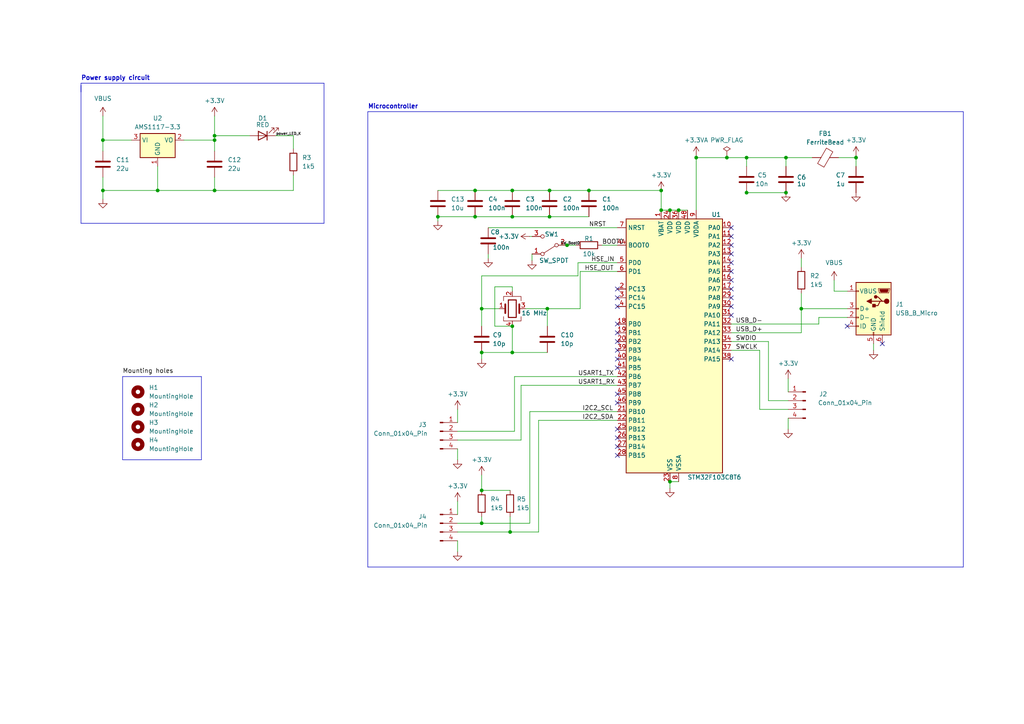
<source format=kicad_sch>
(kicad_sch (version 20230121) (generator eeschema)

  (uuid ecf24cd8-d551-43ca-be51-1c2609ce3615)

  (paper "A4")

  (title_block
    (title "Mock Project1_STM32")
  )

  (lib_symbols
    (symbol "Connector:Conn_01x04_Pin" (pin_names (offset 1.016) hide) (in_bom yes) (on_board yes)
      (property "Reference" "J" (at 0 5.08 0)
        (effects (font (size 1.27 1.27)))
      )
      (property "Value" "Conn_01x04_Pin" (at 0 -7.62 0)
        (effects (font (size 1.27 1.27)))
      )
      (property "Footprint" "" (at 0 0 0)
        (effects (font (size 1.27 1.27)) hide)
      )
      (property "Datasheet" "~" (at 0 0 0)
        (effects (font (size 1.27 1.27)) hide)
      )
      (property "ki_locked" "" (at 0 0 0)
        (effects (font (size 1.27 1.27)))
      )
      (property "ki_keywords" "connector" (at 0 0 0)
        (effects (font (size 1.27 1.27)) hide)
      )
      (property "ki_description" "Generic connector, single row, 01x04, script generated" (at 0 0 0)
        (effects (font (size 1.27 1.27)) hide)
      )
      (property "ki_fp_filters" "Connector*:*_1x??_*" (at 0 0 0)
        (effects (font (size 1.27 1.27)) hide)
      )
      (symbol "Conn_01x04_Pin_1_1"
        (polyline
          (pts
            (xy 1.27 -5.08)
            (xy 0.8636 -5.08)
          )
          (stroke (width 0.1524) (type default))
          (fill (type none))
        )
        (polyline
          (pts
            (xy 1.27 -2.54)
            (xy 0.8636 -2.54)
          )
          (stroke (width 0.1524) (type default))
          (fill (type none))
        )
        (polyline
          (pts
            (xy 1.27 0)
            (xy 0.8636 0)
          )
          (stroke (width 0.1524) (type default))
          (fill (type none))
        )
        (polyline
          (pts
            (xy 1.27 2.54)
            (xy 0.8636 2.54)
          )
          (stroke (width 0.1524) (type default))
          (fill (type none))
        )
        (rectangle (start 0.8636 -4.953) (end 0 -5.207)
          (stroke (width 0.1524) (type default))
          (fill (type outline))
        )
        (rectangle (start 0.8636 -2.413) (end 0 -2.667)
          (stroke (width 0.1524) (type default))
          (fill (type outline))
        )
        (rectangle (start 0.8636 0.127) (end 0 -0.127)
          (stroke (width 0.1524) (type default))
          (fill (type outline))
        )
        (rectangle (start 0.8636 2.667) (end 0 2.413)
          (stroke (width 0.1524) (type default))
          (fill (type outline))
        )
        (pin passive line (at 5.08 2.54 180) (length 3.81)
          (name "Pin_1" (effects (font (size 1.27 1.27))))
          (number "1" (effects (font (size 1.27 1.27))))
        )
        (pin passive line (at 5.08 0 180) (length 3.81)
          (name "Pin_2" (effects (font (size 1.27 1.27))))
          (number "2" (effects (font (size 1.27 1.27))))
        )
        (pin passive line (at 5.08 -2.54 180) (length 3.81)
          (name "Pin_3" (effects (font (size 1.27 1.27))))
          (number "3" (effects (font (size 1.27 1.27))))
        )
        (pin passive line (at 5.08 -5.08 180) (length 3.81)
          (name "Pin_4" (effects (font (size 1.27 1.27))))
          (number "4" (effects (font (size 1.27 1.27))))
        )
      )
    )
    (symbol "Connector:USB_B_Micro" (pin_names (offset 1.016)) (in_bom yes) (on_board yes)
      (property "Reference" "J" (at -5.08 11.43 0)
        (effects (font (size 1.27 1.27)) (justify left))
      )
      (property "Value" "USB_B_Micro" (at -5.08 8.89 0)
        (effects (font (size 1.27 1.27)) (justify left))
      )
      (property "Footprint" "" (at 3.81 -1.27 0)
        (effects (font (size 1.27 1.27)) hide)
      )
      (property "Datasheet" "~" (at 3.81 -1.27 0)
        (effects (font (size 1.27 1.27)) hide)
      )
      (property "ki_keywords" "connector USB micro" (at 0 0 0)
        (effects (font (size 1.27 1.27)) hide)
      )
      (property "ki_description" "USB Micro Type B connector" (at 0 0 0)
        (effects (font (size 1.27 1.27)) hide)
      )
      (property "ki_fp_filters" "USB*" (at 0 0 0)
        (effects (font (size 1.27 1.27)) hide)
      )
      (symbol "USB_B_Micro_0_1"
        (rectangle (start -5.08 -7.62) (end 5.08 7.62)
          (stroke (width 0.254) (type default))
          (fill (type background))
        )
        (circle (center -3.81 2.159) (radius 0.635)
          (stroke (width 0.254) (type default))
          (fill (type outline))
        )
        (circle (center -0.635 3.429) (radius 0.381)
          (stroke (width 0.254) (type default))
          (fill (type outline))
        )
        (rectangle (start -0.127 -7.62) (end 0.127 -6.858)
          (stroke (width 0) (type default))
          (fill (type none))
        )
        (polyline
          (pts
            (xy -1.905 2.159)
            (xy 0.635 2.159)
          )
          (stroke (width 0.254) (type default))
          (fill (type none))
        )
        (polyline
          (pts
            (xy -3.175 2.159)
            (xy -2.54 2.159)
            (xy -1.27 3.429)
            (xy -0.635 3.429)
          )
          (stroke (width 0.254) (type default))
          (fill (type none))
        )
        (polyline
          (pts
            (xy -2.54 2.159)
            (xy -1.905 2.159)
            (xy -1.27 0.889)
            (xy 0 0.889)
          )
          (stroke (width 0.254) (type default))
          (fill (type none))
        )
        (polyline
          (pts
            (xy 0.635 2.794)
            (xy 0.635 1.524)
            (xy 1.905 2.159)
            (xy 0.635 2.794)
          )
          (stroke (width 0.254) (type default))
          (fill (type outline))
        )
        (polyline
          (pts
            (xy -4.318 5.588)
            (xy -1.778 5.588)
            (xy -2.032 4.826)
            (xy -4.064 4.826)
            (xy -4.318 5.588)
          )
          (stroke (width 0) (type default))
          (fill (type outline))
        )
        (polyline
          (pts
            (xy -4.699 5.842)
            (xy -4.699 5.588)
            (xy -4.445 4.826)
            (xy -4.445 4.572)
            (xy -1.651 4.572)
            (xy -1.651 4.826)
            (xy -1.397 5.588)
            (xy -1.397 5.842)
            (xy -4.699 5.842)
          )
          (stroke (width 0) (type default))
          (fill (type none))
        )
        (rectangle (start 0.254 1.27) (end -0.508 0.508)
          (stroke (width 0.254) (type default))
          (fill (type outline))
        )
        (rectangle (start 5.08 -5.207) (end 4.318 -4.953)
          (stroke (width 0) (type default))
          (fill (type none))
        )
        (rectangle (start 5.08 -2.667) (end 4.318 -2.413)
          (stroke (width 0) (type default))
          (fill (type none))
        )
        (rectangle (start 5.08 -0.127) (end 4.318 0.127)
          (stroke (width 0) (type default))
          (fill (type none))
        )
        (rectangle (start 5.08 4.953) (end 4.318 5.207)
          (stroke (width 0) (type default))
          (fill (type none))
        )
      )
      (symbol "USB_B_Micro_1_1"
        (pin power_out line (at 7.62 5.08 180) (length 2.54)
          (name "VBUS" (effects (font (size 1.27 1.27))))
          (number "1" (effects (font (size 1.27 1.27))))
        )
        (pin bidirectional line (at 7.62 -2.54 180) (length 2.54)
          (name "D-" (effects (font (size 1.27 1.27))))
          (number "2" (effects (font (size 1.27 1.27))))
        )
        (pin bidirectional line (at 7.62 0 180) (length 2.54)
          (name "D+" (effects (font (size 1.27 1.27))))
          (number "3" (effects (font (size 1.27 1.27))))
        )
        (pin passive line (at 7.62 -5.08 180) (length 2.54)
          (name "ID" (effects (font (size 1.27 1.27))))
          (number "4" (effects (font (size 1.27 1.27))))
        )
        (pin power_out line (at 0 -10.16 90) (length 2.54)
          (name "GND" (effects (font (size 1.27 1.27))))
          (number "5" (effects (font (size 1.27 1.27))))
        )
        (pin passive line (at -2.54 -10.16 90) (length 2.54)
          (name "Shield" (effects (font (size 1.27 1.27))))
          (number "6" (effects (font (size 1.27 1.27))))
        )
      )
    )
    (symbol "Device:C" (pin_numbers hide) (pin_names (offset 0.254)) (in_bom yes) (on_board yes)
      (property "Reference" "C" (at 0.635 2.54 0)
        (effects (font (size 1.27 1.27)) (justify left))
      )
      (property "Value" "C" (at 0.635 -2.54 0)
        (effects (font (size 1.27 1.27)) (justify left))
      )
      (property "Footprint" "" (at 0.9652 -3.81 0)
        (effects (font (size 1.27 1.27)) hide)
      )
      (property "Datasheet" "~" (at 0 0 0)
        (effects (font (size 1.27 1.27)) hide)
      )
      (property "ki_keywords" "cap capacitor" (at 0 0 0)
        (effects (font (size 1.27 1.27)) hide)
      )
      (property "ki_description" "Unpolarized capacitor" (at 0 0 0)
        (effects (font (size 1.27 1.27)) hide)
      )
      (property "ki_fp_filters" "C_*" (at 0 0 0)
        (effects (font (size 1.27 1.27)) hide)
      )
      (symbol "C_0_1"
        (polyline
          (pts
            (xy -2.032 -0.762)
            (xy 2.032 -0.762)
          )
          (stroke (width 0.508) (type default))
          (fill (type none))
        )
        (polyline
          (pts
            (xy -2.032 0.762)
            (xy 2.032 0.762)
          )
          (stroke (width 0.508) (type default))
          (fill (type none))
        )
      )
      (symbol "C_1_1"
        (pin passive line (at 0 3.81 270) (length 2.794)
          (name "~" (effects (font (size 1.27 1.27))))
          (number "1" (effects (font (size 1.27 1.27))))
        )
        (pin passive line (at 0 -3.81 90) (length 2.794)
          (name "~" (effects (font (size 1.27 1.27))))
          (number "2" (effects (font (size 1.27 1.27))))
        )
      )
    )
    (symbol "Device:Crystal_GND24" (pin_names (offset 1.016) hide) (in_bom yes) (on_board yes)
      (property "Reference" "Y" (at 3.175 5.08 0)
        (effects (font (size 1.27 1.27)) (justify left))
      )
      (property "Value" "Crystal_GND24" (at 3.175 3.175 0)
        (effects (font (size 1.27 1.27)) (justify left))
      )
      (property "Footprint" "" (at 0 0 0)
        (effects (font (size 1.27 1.27)) hide)
      )
      (property "Datasheet" "~" (at 0 0 0)
        (effects (font (size 1.27 1.27)) hide)
      )
      (property "ki_keywords" "quartz ceramic resonator oscillator" (at 0 0 0)
        (effects (font (size 1.27 1.27)) hide)
      )
      (property "ki_description" "Four pin crystal, GND on pins 2 and 4" (at 0 0 0)
        (effects (font (size 1.27 1.27)) hide)
      )
      (property "ki_fp_filters" "Crystal*" (at 0 0 0)
        (effects (font (size 1.27 1.27)) hide)
      )
      (symbol "Crystal_GND24_0_1"
        (rectangle (start -1.143 2.54) (end 1.143 -2.54)
          (stroke (width 0.3048) (type default))
          (fill (type none))
        )
        (polyline
          (pts
            (xy -2.54 0)
            (xy -2.032 0)
          )
          (stroke (width 0) (type default))
          (fill (type none))
        )
        (polyline
          (pts
            (xy -2.032 -1.27)
            (xy -2.032 1.27)
          )
          (stroke (width 0.508) (type default))
          (fill (type none))
        )
        (polyline
          (pts
            (xy 0 -3.81)
            (xy 0 -3.556)
          )
          (stroke (width 0) (type default))
          (fill (type none))
        )
        (polyline
          (pts
            (xy 0 3.556)
            (xy 0 3.81)
          )
          (stroke (width 0) (type default))
          (fill (type none))
        )
        (polyline
          (pts
            (xy 2.032 -1.27)
            (xy 2.032 1.27)
          )
          (stroke (width 0.508) (type default))
          (fill (type none))
        )
        (polyline
          (pts
            (xy 2.032 0)
            (xy 2.54 0)
          )
          (stroke (width 0) (type default))
          (fill (type none))
        )
        (polyline
          (pts
            (xy -2.54 -2.286)
            (xy -2.54 -3.556)
            (xy 2.54 -3.556)
            (xy 2.54 -2.286)
          )
          (stroke (width 0) (type default))
          (fill (type none))
        )
        (polyline
          (pts
            (xy -2.54 2.286)
            (xy -2.54 3.556)
            (xy 2.54 3.556)
            (xy 2.54 2.286)
          )
          (stroke (width 0) (type default))
          (fill (type none))
        )
      )
      (symbol "Crystal_GND24_1_1"
        (pin passive line (at -3.81 0 0) (length 1.27)
          (name "1" (effects (font (size 1.27 1.27))))
          (number "1" (effects (font (size 1.27 1.27))))
        )
        (pin passive line (at 0 5.08 270) (length 1.27)
          (name "2" (effects (font (size 1.27 1.27))))
          (number "2" (effects (font (size 1.27 1.27))))
        )
        (pin passive line (at 3.81 0 180) (length 1.27)
          (name "3" (effects (font (size 1.27 1.27))))
          (number "3" (effects (font (size 1.27 1.27))))
        )
        (pin passive line (at 0 -5.08 90) (length 1.27)
          (name "4" (effects (font (size 1.27 1.27))))
          (number "4" (effects (font (size 1.27 1.27))))
        )
      )
    )
    (symbol "Device:FerriteBead" (pin_numbers hide) (pin_names (offset 0)) (in_bom yes) (on_board yes)
      (property "Reference" "FB" (at -3.81 0.635 90)
        (effects (font (size 1.27 1.27)))
      )
      (property "Value" "FerriteBead" (at 3.81 0 90)
        (effects (font (size 1.27 1.27)))
      )
      (property "Footprint" "" (at -1.778 0 90)
        (effects (font (size 1.27 1.27)) hide)
      )
      (property "Datasheet" "~" (at 0 0 0)
        (effects (font (size 1.27 1.27)) hide)
      )
      (property "ki_keywords" "L ferrite bead inductor filter" (at 0 0 0)
        (effects (font (size 1.27 1.27)) hide)
      )
      (property "ki_description" "Ferrite bead" (at 0 0 0)
        (effects (font (size 1.27 1.27)) hide)
      )
      (property "ki_fp_filters" "Inductor_* L_* *Ferrite*" (at 0 0 0)
        (effects (font (size 1.27 1.27)) hide)
      )
      (symbol "FerriteBead_0_1"
        (polyline
          (pts
            (xy 0 -1.27)
            (xy 0 -1.2192)
          )
          (stroke (width 0) (type default))
          (fill (type none))
        )
        (polyline
          (pts
            (xy 0 1.27)
            (xy 0 1.2954)
          )
          (stroke (width 0) (type default))
          (fill (type none))
        )
        (polyline
          (pts
            (xy -2.7686 0.4064)
            (xy -1.7018 2.2606)
            (xy 2.7686 -0.3048)
            (xy 1.6764 -2.159)
            (xy -2.7686 0.4064)
          )
          (stroke (width 0) (type default))
          (fill (type none))
        )
      )
      (symbol "FerriteBead_1_1"
        (pin passive line (at 0 3.81 270) (length 2.54)
          (name "~" (effects (font (size 1.27 1.27))))
          (number "1" (effects (font (size 1.27 1.27))))
        )
        (pin passive line (at 0 -3.81 90) (length 2.54)
          (name "~" (effects (font (size 1.27 1.27))))
          (number "2" (effects (font (size 1.27 1.27))))
        )
      )
    )
    (symbol "Device:LED" (pin_numbers hide) (pin_names (offset 1.016) hide) (in_bom yes) (on_board yes)
      (property "Reference" "D" (at 0 2.54 0)
        (effects (font (size 1.27 1.27)))
      )
      (property "Value" "LED" (at 0 -2.54 0)
        (effects (font (size 1.27 1.27)))
      )
      (property "Footprint" "" (at 0 0 0)
        (effects (font (size 1.27 1.27)) hide)
      )
      (property "Datasheet" "~" (at 0 0 0)
        (effects (font (size 1.27 1.27)) hide)
      )
      (property "ki_keywords" "LED diode" (at 0 0 0)
        (effects (font (size 1.27 1.27)) hide)
      )
      (property "ki_description" "Light emitting diode" (at 0 0 0)
        (effects (font (size 1.27 1.27)) hide)
      )
      (property "ki_fp_filters" "LED* LED_SMD:* LED_THT:*" (at 0 0 0)
        (effects (font (size 1.27 1.27)) hide)
      )
      (symbol "LED_0_1"
        (polyline
          (pts
            (xy -1.27 -1.27)
            (xy -1.27 1.27)
          )
          (stroke (width 0.254) (type default))
          (fill (type none))
        )
        (polyline
          (pts
            (xy -1.27 0)
            (xy 1.27 0)
          )
          (stroke (width 0) (type default))
          (fill (type none))
        )
        (polyline
          (pts
            (xy 1.27 -1.27)
            (xy 1.27 1.27)
            (xy -1.27 0)
            (xy 1.27 -1.27)
          )
          (stroke (width 0.254) (type default))
          (fill (type none))
        )
        (polyline
          (pts
            (xy -3.048 -0.762)
            (xy -4.572 -2.286)
            (xy -3.81 -2.286)
            (xy -4.572 -2.286)
            (xy -4.572 -1.524)
          )
          (stroke (width 0) (type default))
          (fill (type none))
        )
        (polyline
          (pts
            (xy -1.778 -0.762)
            (xy -3.302 -2.286)
            (xy -2.54 -2.286)
            (xy -3.302 -2.286)
            (xy -3.302 -1.524)
          )
          (stroke (width 0) (type default))
          (fill (type none))
        )
      )
      (symbol "LED_1_1"
        (pin passive line (at -3.81 0 0) (length 2.54)
          (name "K" (effects (font (size 1.27 1.27))))
          (number "1" (effects (font (size 1.27 1.27))))
        )
        (pin passive line (at 3.81 0 180) (length 2.54)
          (name "A" (effects (font (size 1.27 1.27))))
          (number "2" (effects (font (size 1.27 1.27))))
        )
      )
    )
    (symbol "Device:R" (pin_numbers hide) (pin_names (offset 0)) (in_bom yes) (on_board yes)
      (property "Reference" "R" (at 2.032 0 90)
        (effects (font (size 1.27 1.27)))
      )
      (property "Value" "R" (at 0 0 90)
        (effects (font (size 1.27 1.27)))
      )
      (property "Footprint" "" (at -1.778 0 90)
        (effects (font (size 1.27 1.27)) hide)
      )
      (property "Datasheet" "~" (at 0 0 0)
        (effects (font (size 1.27 1.27)) hide)
      )
      (property "ki_keywords" "R res resistor" (at 0 0 0)
        (effects (font (size 1.27 1.27)) hide)
      )
      (property "ki_description" "Resistor" (at 0 0 0)
        (effects (font (size 1.27 1.27)) hide)
      )
      (property "ki_fp_filters" "R_*" (at 0 0 0)
        (effects (font (size 1.27 1.27)) hide)
      )
      (symbol "R_0_1"
        (rectangle (start -1.016 -2.54) (end 1.016 2.54)
          (stroke (width 0.254) (type default))
          (fill (type none))
        )
      )
      (symbol "R_1_1"
        (pin passive line (at 0 3.81 270) (length 1.27)
          (name "~" (effects (font (size 1.27 1.27))))
          (number "1" (effects (font (size 1.27 1.27))))
        )
        (pin passive line (at 0 -3.81 90) (length 1.27)
          (name "~" (effects (font (size 1.27 1.27))))
          (number "2" (effects (font (size 1.27 1.27))))
        )
      )
    )
    (symbol "MCU_ST_STM32F1:STM32F103C8Tx" (in_bom yes) (on_board yes)
      (property "Reference" "U" (at -12.7 39.37 0)
        (effects (font (size 1.27 1.27)) (justify left))
      )
      (property "Value" "STM32F103C8Tx" (at 10.16 39.37 0)
        (effects (font (size 1.27 1.27)) (justify left))
      )
      (property "Footprint" "Package_QFP:LQFP-48_7x7mm_P0.5mm" (at -12.7 -35.56 0)
        (effects (font (size 1.27 1.27)) (justify right) hide)
      )
      (property "Datasheet" "https://www.st.com/resource/en/datasheet/stm32f103c8.pdf" (at 0 0 0)
        (effects (font (size 1.27 1.27)) hide)
      )
      (property "ki_locked" "" (at 0 0 0)
        (effects (font (size 1.27 1.27)))
      )
      (property "ki_keywords" "Arm Cortex-M3 STM32F1 STM32F103" (at 0 0 0)
        (effects (font (size 1.27 1.27)) hide)
      )
      (property "ki_description" "STMicroelectronics Arm Cortex-M3 MCU, 64KB flash, 20KB RAM, 72 MHz, 2.0-3.6V, 37 GPIO, LQFP48" (at 0 0 0)
        (effects (font (size 1.27 1.27)) hide)
      )
      (property "ki_fp_filters" "LQFP*7x7mm*P0.5mm*" (at 0 0 0)
        (effects (font (size 1.27 1.27)) hide)
      )
      (symbol "STM32F103C8Tx_0_1"
        (rectangle (start -12.7 -35.56) (end 15.24 38.1)
          (stroke (width 0.254) (type default))
          (fill (type background))
        )
      )
      (symbol "STM32F103C8Tx_1_1"
        (pin power_in line (at -2.54 40.64 270) (length 2.54)
          (name "VBAT" (effects (font (size 1.27 1.27))))
          (number "1" (effects (font (size 1.27 1.27))))
        )
        (pin bidirectional line (at 17.78 35.56 180) (length 2.54)
          (name "PA0" (effects (font (size 1.27 1.27))))
          (number "10" (effects (font (size 1.27 1.27))))
          (alternate "ADC1_IN0" bidirectional line)
          (alternate "ADC2_IN0" bidirectional line)
          (alternate "SYS_WKUP" bidirectional line)
          (alternate "TIM2_CH1" bidirectional line)
          (alternate "TIM2_ETR" bidirectional line)
          (alternate "USART2_CTS" bidirectional line)
        )
        (pin bidirectional line (at 17.78 33.02 180) (length 2.54)
          (name "PA1" (effects (font (size 1.27 1.27))))
          (number "11" (effects (font (size 1.27 1.27))))
          (alternate "ADC1_IN1" bidirectional line)
          (alternate "ADC2_IN1" bidirectional line)
          (alternate "TIM2_CH2" bidirectional line)
          (alternate "USART2_RTS" bidirectional line)
        )
        (pin bidirectional line (at 17.78 30.48 180) (length 2.54)
          (name "PA2" (effects (font (size 1.27 1.27))))
          (number "12" (effects (font (size 1.27 1.27))))
          (alternate "ADC1_IN2" bidirectional line)
          (alternate "ADC2_IN2" bidirectional line)
          (alternate "TIM2_CH3" bidirectional line)
          (alternate "USART2_TX" bidirectional line)
        )
        (pin bidirectional line (at 17.78 27.94 180) (length 2.54)
          (name "PA3" (effects (font (size 1.27 1.27))))
          (number "13" (effects (font (size 1.27 1.27))))
          (alternate "ADC1_IN3" bidirectional line)
          (alternate "ADC2_IN3" bidirectional line)
          (alternate "TIM2_CH4" bidirectional line)
          (alternate "USART2_RX" bidirectional line)
        )
        (pin bidirectional line (at 17.78 25.4 180) (length 2.54)
          (name "PA4" (effects (font (size 1.27 1.27))))
          (number "14" (effects (font (size 1.27 1.27))))
          (alternate "ADC1_IN4" bidirectional line)
          (alternate "ADC2_IN4" bidirectional line)
          (alternate "SPI1_NSS" bidirectional line)
          (alternate "USART2_CK" bidirectional line)
        )
        (pin bidirectional line (at 17.78 22.86 180) (length 2.54)
          (name "PA5" (effects (font (size 1.27 1.27))))
          (number "15" (effects (font (size 1.27 1.27))))
          (alternate "ADC1_IN5" bidirectional line)
          (alternate "ADC2_IN5" bidirectional line)
          (alternate "SPI1_SCK" bidirectional line)
        )
        (pin bidirectional line (at 17.78 20.32 180) (length 2.54)
          (name "PA6" (effects (font (size 1.27 1.27))))
          (number "16" (effects (font (size 1.27 1.27))))
          (alternate "ADC1_IN6" bidirectional line)
          (alternate "ADC2_IN6" bidirectional line)
          (alternate "SPI1_MISO" bidirectional line)
          (alternate "TIM1_BKIN" bidirectional line)
          (alternate "TIM3_CH1" bidirectional line)
        )
        (pin bidirectional line (at 17.78 17.78 180) (length 2.54)
          (name "PA7" (effects (font (size 1.27 1.27))))
          (number "17" (effects (font (size 1.27 1.27))))
          (alternate "ADC1_IN7" bidirectional line)
          (alternate "ADC2_IN7" bidirectional line)
          (alternate "SPI1_MOSI" bidirectional line)
          (alternate "TIM1_CH1N" bidirectional line)
          (alternate "TIM3_CH2" bidirectional line)
        )
        (pin bidirectional line (at -15.24 7.62 0) (length 2.54)
          (name "PB0" (effects (font (size 1.27 1.27))))
          (number "18" (effects (font (size 1.27 1.27))))
          (alternate "ADC1_IN8" bidirectional line)
          (alternate "ADC2_IN8" bidirectional line)
          (alternate "TIM1_CH2N" bidirectional line)
          (alternate "TIM3_CH3" bidirectional line)
        )
        (pin bidirectional line (at -15.24 5.08 0) (length 2.54)
          (name "PB1" (effects (font (size 1.27 1.27))))
          (number "19" (effects (font (size 1.27 1.27))))
          (alternate "ADC1_IN9" bidirectional line)
          (alternate "ADC2_IN9" bidirectional line)
          (alternate "TIM1_CH3N" bidirectional line)
          (alternate "TIM3_CH4" bidirectional line)
        )
        (pin bidirectional line (at -15.24 17.78 0) (length 2.54)
          (name "PC13" (effects (font (size 1.27 1.27))))
          (number "2" (effects (font (size 1.27 1.27))))
          (alternate "RTC_OUT" bidirectional line)
          (alternate "RTC_TAMPER" bidirectional line)
        )
        (pin bidirectional line (at -15.24 2.54 0) (length 2.54)
          (name "PB2" (effects (font (size 1.27 1.27))))
          (number "20" (effects (font (size 1.27 1.27))))
        )
        (pin bidirectional line (at -15.24 -17.78 0) (length 2.54)
          (name "PB10" (effects (font (size 1.27 1.27))))
          (number "21" (effects (font (size 1.27 1.27))))
          (alternate "I2C2_SCL" bidirectional line)
          (alternate "TIM2_CH3" bidirectional line)
          (alternate "USART3_TX" bidirectional line)
        )
        (pin bidirectional line (at -15.24 -20.32 0) (length 2.54)
          (name "PB11" (effects (font (size 1.27 1.27))))
          (number "22" (effects (font (size 1.27 1.27))))
          (alternate "ADC1_EXTI11" bidirectional line)
          (alternate "ADC2_EXTI11" bidirectional line)
          (alternate "I2C2_SDA" bidirectional line)
          (alternate "TIM2_CH4" bidirectional line)
          (alternate "USART3_RX" bidirectional line)
        )
        (pin power_in line (at 0 -38.1 90) (length 2.54)
          (name "VSS" (effects (font (size 1.27 1.27))))
          (number "23" (effects (font (size 1.27 1.27))))
        )
        (pin power_in line (at 0 40.64 270) (length 2.54)
          (name "VDD" (effects (font (size 1.27 1.27))))
          (number "24" (effects (font (size 1.27 1.27))))
        )
        (pin bidirectional line (at -15.24 -22.86 0) (length 2.54)
          (name "PB12" (effects (font (size 1.27 1.27))))
          (number "25" (effects (font (size 1.27 1.27))))
          (alternate "I2C2_SMBA" bidirectional line)
          (alternate "SPI2_NSS" bidirectional line)
          (alternate "TIM1_BKIN" bidirectional line)
          (alternate "USART3_CK" bidirectional line)
        )
        (pin bidirectional line (at -15.24 -25.4 0) (length 2.54)
          (name "PB13" (effects (font (size 1.27 1.27))))
          (number "26" (effects (font (size 1.27 1.27))))
          (alternate "SPI2_SCK" bidirectional line)
          (alternate "TIM1_CH1N" bidirectional line)
          (alternate "USART3_CTS" bidirectional line)
        )
        (pin bidirectional line (at -15.24 -27.94 0) (length 2.54)
          (name "PB14" (effects (font (size 1.27 1.27))))
          (number "27" (effects (font (size 1.27 1.27))))
          (alternate "SPI2_MISO" bidirectional line)
          (alternate "TIM1_CH2N" bidirectional line)
          (alternate "USART3_RTS" bidirectional line)
        )
        (pin bidirectional line (at -15.24 -30.48 0) (length 2.54)
          (name "PB15" (effects (font (size 1.27 1.27))))
          (number "28" (effects (font (size 1.27 1.27))))
          (alternate "ADC1_EXTI15" bidirectional line)
          (alternate "ADC2_EXTI15" bidirectional line)
          (alternate "SPI2_MOSI" bidirectional line)
          (alternate "TIM1_CH3N" bidirectional line)
        )
        (pin bidirectional line (at 17.78 15.24 180) (length 2.54)
          (name "PA8" (effects (font (size 1.27 1.27))))
          (number "29" (effects (font (size 1.27 1.27))))
          (alternate "RCC_MCO" bidirectional line)
          (alternate "TIM1_CH1" bidirectional line)
          (alternate "USART1_CK" bidirectional line)
        )
        (pin bidirectional line (at -15.24 15.24 0) (length 2.54)
          (name "PC14" (effects (font (size 1.27 1.27))))
          (number "3" (effects (font (size 1.27 1.27))))
          (alternate "RCC_OSC32_IN" bidirectional line)
        )
        (pin bidirectional line (at 17.78 12.7 180) (length 2.54)
          (name "PA9" (effects (font (size 1.27 1.27))))
          (number "30" (effects (font (size 1.27 1.27))))
          (alternate "TIM1_CH2" bidirectional line)
          (alternate "USART1_TX" bidirectional line)
        )
        (pin bidirectional line (at 17.78 10.16 180) (length 2.54)
          (name "PA10" (effects (font (size 1.27 1.27))))
          (number "31" (effects (font (size 1.27 1.27))))
          (alternate "TIM1_CH3" bidirectional line)
          (alternate "USART1_RX" bidirectional line)
        )
        (pin bidirectional line (at 17.78 7.62 180) (length 2.54)
          (name "PA11" (effects (font (size 1.27 1.27))))
          (number "32" (effects (font (size 1.27 1.27))))
          (alternate "ADC1_EXTI11" bidirectional line)
          (alternate "ADC2_EXTI11" bidirectional line)
          (alternate "CAN_RX" bidirectional line)
          (alternate "TIM1_CH4" bidirectional line)
          (alternate "USART1_CTS" bidirectional line)
          (alternate "USB_DM" bidirectional line)
        )
        (pin bidirectional line (at 17.78 5.08 180) (length 2.54)
          (name "PA12" (effects (font (size 1.27 1.27))))
          (number "33" (effects (font (size 1.27 1.27))))
          (alternate "CAN_TX" bidirectional line)
          (alternate "TIM1_ETR" bidirectional line)
          (alternate "USART1_RTS" bidirectional line)
          (alternate "USB_DP" bidirectional line)
        )
        (pin bidirectional line (at 17.78 2.54 180) (length 2.54)
          (name "PA13" (effects (font (size 1.27 1.27))))
          (number "34" (effects (font (size 1.27 1.27))))
          (alternate "SYS_JTMS-SWDIO" bidirectional line)
        )
        (pin passive line (at 0 -38.1 90) (length 2.54) hide
          (name "VSS" (effects (font (size 1.27 1.27))))
          (number "35" (effects (font (size 1.27 1.27))))
        )
        (pin power_in line (at 2.54 40.64 270) (length 2.54)
          (name "VDD" (effects (font (size 1.27 1.27))))
          (number "36" (effects (font (size 1.27 1.27))))
        )
        (pin bidirectional line (at 17.78 0 180) (length 2.54)
          (name "PA14" (effects (font (size 1.27 1.27))))
          (number "37" (effects (font (size 1.27 1.27))))
          (alternate "SYS_JTCK-SWCLK" bidirectional line)
        )
        (pin bidirectional line (at 17.78 -2.54 180) (length 2.54)
          (name "PA15" (effects (font (size 1.27 1.27))))
          (number "38" (effects (font (size 1.27 1.27))))
          (alternate "ADC1_EXTI15" bidirectional line)
          (alternate "ADC2_EXTI15" bidirectional line)
          (alternate "SPI1_NSS" bidirectional line)
          (alternate "SYS_JTDI" bidirectional line)
          (alternate "TIM2_CH1" bidirectional line)
          (alternate "TIM2_ETR" bidirectional line)
        )
        (pin bidirectional line (at -15.24 0 0) (length 2.54)
          (name "PB3" (effects (font (size 1.27 1.27))))
          (number "39" (effects (font (size 1.27 1.27))))
          (alternate "SPI1_SCK" bidirectional line)
          (alternate "SYS_JTDO-TRACESWO" bidirectional line)
          (alternate "TIM2_CH2" bidirectional line)
        )
        (pin bidirectional line (at -15.24 12.7 0) (length 2.54)
          (name "PC15" (effects (font (size 1.27 1.27))))
          (number "4" (effects (font (size 1.27 1.27))))
          (alternate "ADC1_EXTI15" bidirectional line)
          (alternate "ADC2_EXTI15" bidirectional line)
          (alternate "RCC_OSC32_OUT" bidirectional line)
        )
        (pin bidirectional line (at -15.24 -2.54 0) (length 2.54)
          (name "PB4" (effects (font (size 1.27 1.27))))
          (number "40" (effects (font (size 1.27 1.27))))
          (alternate "SPI1_MISO" bidirectional line)
          (alternate "SYS_NJTRST" bidirectional line)
          (alternate "TIM3_CH1" bidirectional line)
        )
        (pin bidirectional line (at -15.24 -5.08 0) (length 2.54)
          (name "PB5" (effects (font (size 1.27 1.27))))
          (number "41" (effects (font (size 1.27 1.27))))
          (alternate "I2C1_SMBA" bidirectional line)
          (alternate "SPI1_MOSI" bidirectional line)
          (alternate "TIM3_CH2" bidirectional line)
        )
        (pin bidirectional line (at -15.24 -7.62 0) (length 2.54)
          (name "PB6" (effects (font (size 1.27 1.27))))
          (number "42" (effects (font (size 1.27 1.27))))
          (alternate "I2C1_SCL" bidirectional line)
          (alternate "TIM4_CH1" bidirectional line)
          (alternate "USART1_TX" bidirectional line)
        )
        (pin bidirectional line (at -15.24 -10.16 0) (length 2.54)
          (name "PB7" (effects (font (size 1.27 1.27))))
          (number "43" (effects (font (size 1.27 1.27))))
          (alternate "I2C1_SDA" bidirectional line)
          (alternate "TIM4_CH2" bidirectional line)
          (alternate "USART1_RX" bidirectional line)
        )
        (pin input line (at -15.24 30.48 0) (length 2.54)
          (name "BOOT0" (effects (font (size 1.27 1.27))))
          (number "44" (effects (font (size 1.27 1.27))))
        )
        (pin bidirectional line (at -15.24 -12.7 0) (length 2.54)
          (name "PB8" (effects (font (size 1.27 1.27))))
          (number "45" (effects (font (size 1.27 1.27))))
          (alternate "CAN_RX" bidirectional line)
          (alternate "I2C1_SCL" bidirectional line)
          (alternate "TIM4_CH3" bidirectional line)
        )
        (pin bidirectional line (at -15.24 -15.24 0) (length 2.54)
          (name "PB9" (effects (font (size 1.27 1.27))))
          (number "46" (effects (font (size 1.27 1.27))))
          (alternate "CAN_TX" bidirectional line)
          (alternate "I2C1_SDA" bidirectional line)
          (alternate "TIM4_CH4" bidirectional line)
        )
        (pin passive line (at 0 -38.1 90) (length 2.54) hide
          (name "VSS" (effects (font (size 1.27 1.27))))
          (number "47" (effects (font (size 1.27 1.27))))
        )
        (pin power_in line (at 5.08 40.64 270) (length 2.54)
          (name "VDD" (effects (font (size 1.27 1.27))))
          (number "48" (effects (font (size 1.27 1.27))))
        )
        (pin bidirectional line (at -15.24 25.4 0) (length 2.54)
          (name "PD0" (effects (font (size 1.27 1.27))))
          (number "5" (effects (font (size 1.27 1.27))))
          (alternate "RCC_OSC_IN" bidirectional line)
        )
        (pin bidirectional line (at -15.24 22.86 0) (length 2.54)
          (name "PD1" (effects (font (size 1.27 1.27))))
          (number "6" (effects (font (size 1.27 1.27))))
          (alternate "RCC_OSC_OUT" bidirectional line)
        )
        (pin input line (at -15.24 35.56 0) (length 2.54)
          (name "NRST" (effects (font (size 1.27 1.27))))
          (number "7" (effects (font (size 1.27 1.27))))
        )
        (pin power_in line (at 2.54 -38.1 90) (length 2.54)
          (name "VSSA" (effects (font (size 1.27 1.27))))
          (number "8" (effects (font (size 1.27 1.27))))
        )
        (pin power_in line (at 7.62 40.64 270) (length 2.54)
          (name "VDDA" (effects (font (size 1.27 1.27))))
          (number "9" (effects (font (size 1.27 1.27))))
        )
      )
    )
    (symbol "Mechanical:MountingHole" (pin_names (offset 1.016)) (in_bom yes) (on_board yes)
      (property "Reference" "H" (at 0 5.08 0)
        (effects (font (size 1.27 1.27)))
      )
      (property "Value" "MountingHole" (at 0 3.175 0)
        (effects (font (size 1.27 1.27)))
      )
      (property "Footprint" "" (at 0 0 0)
        (effects (font (size 1.27 1.27)) hide)
      )
      (property "Datasheet" "~" (at 0 0 0)
        (effects (font (size 1.27 1.27)) hide)
      )
      (property "ki_keywords" "mounting hole" (at 0 0 0)
        (effects (font (size 1.27 1.27)) hide)
      )
      (property "ki_description" "Mounting Hole without connection" (at 0 0 0)
        (effects (font (size 1.27 1.27)) hide)
      )
      (property "ki_fp_filters" "MountingHole*" (at 0 0 0)
        (effects (font (size 1.27 1.27)) hide)
      )
      (symbol "MountingHole_0_1"
        (circle (center 0 0) (radius 1.27)
          (stroke (width 1.27) (type default))
          (fill (type none))
        )
      )
    )
    (symbol "Regulator_Linear:AMS1117-3.3" (in_bom yes) (on_board yes)
      (property "Reference" "U" (at -3.81 3.175 0)
        (effects (font (size 1.27 1.27)))
      )
      (property "Value" "AMS1117-3.3" (at 0 3.175 0)
        (effects (font (size 1.27 1.27)) (justify left))
      )
      (property "Footprint" "Package_TO_SOT_SMD:SOT-223-3_TabPin2" (at 0 5.08 0)
        (effects (font (size 1.27 1.27)) hide)
      )
      (property "Datasheet" "http://www.advanced-monolithic.com/pdf/ds1117.pdf" (at 2.54 -6.35 0)
        (effects (font (size 1.27 1.27)) hide)
      )
      (property "ki_keywords" "linear regulator ldo fixed positive" (at 0 0 0)
        (effects (font (size 1.27 1.27)) hide)
      )
      (property "ki_description" "1A Low Dropout regulator, positive, 3.3V fixed output, SOT-223" (at 0 0 0)
        (effects (font (size 1.27 1.27)) hide)
      )
      (property "ki_fp_filters" "SOT?223*TabPin2*" (at 0 0 0)
        (effects (font (size 1.27 1.27)) hide)
      )
      (symbol "AMS1117-3.3_0_1"
        (rectangle (start -5.08 -5.08) (end 5.08 1.905)
          (stroke (width 0.254) (type default))
          (fill (type background))
        )
      )
      (symbol "AMS1117-3.3_1_1"
        (pin power_in line (at 0 -7.62 90) (length 2.54)
          (name "GND" (effects (font (size 1.27 1.27))))
          (number "1" (effects (font (size 1.27 1.27))))
        )
        (pin power_out line (at 7.62 0 180) (length 2.54)
          (name "VO" (effects (font (size 1.27 1.27))))
          (number "2" (effects (font (size 1.27 1.27))))
        )
        (pin power_in line (at -7.62 0 0) (length 2.54)
          (name "VI" (effects (font (size 1.27 1.27))))
          (number "3" (effects (font (size 1.27 1.27))))
        )
      )
    )
    (symbol "Switch:SW_SPDT" (pin_names (offset 0) hide) (in_bom yes) (on_board yes)
      (property "Reference" "SW" (at 0 4.318 0)
        (effects (font (size 1.27 1.27)))
      )
      (property "Value" "SW_SPDT" (at 0 -5.08 0)
        (effects (font (size 1.27 1.27)))
      )
      (property "Footprint" "" (at 0 0 0)
        (effects (font (size 1.27 1.27)) hide)
      )
      (property "Datasheet" "~" (at 0 0 0)
        (effects (font (size 1.27 1.27)) hide)
      )
      (property "ki_keywords" "switch single-pole double-throw spdt ON-ON" (at 0 0 0)
        (effects (font (size 1.27 1.27)) hide)
      )
      (property "ki_description" "Switch, single pole double throw" (at 0 0 0)
        (effects (font (size 1.27 1.27)) hide)
      )
      (symbol "SW_SPDT_0_0"
        (circle (center -2.032 0) (radius 0.508)
          (stroke (width 0) (type default))
          (fill (type none))
        )
        (circle (center 2.032 -2.54) (radius 0.508)
          (stroke (width 0) (type default))
          (fill (type none))
        )
      )
      (symbol "SW_SPDT_0_1"
        (polyline
          (pts
            (xy -1.524 0.254)
            (xy 1.651 2.286)
          )
          (stroke (width 0) (type default))
          (fill (type none))
        )
        (circle (center 2.032 2.54) (radius 0.508)
          (stroke (width 0) (type default))
          (fill (type none))
        )
      )
      (symbol "SW_SPDT_1_1"
        (pin passive line (at 5.08 2.54 180) (length 2.54)
          (name "A" (effects (font (size 1.27 1.27))))
          (number "1" (effects (font (size 1.27 1.27))))
        )
        (pin passive line (at -5.08 0 0) (length 2.54)
          (name "B" (effects (font (size 1.27 1.27))))
          (number "2" (effects (font (size 1.27 1.27))))
        )
        (pin passive line (at 5.08 -2.54 180) (length 2.54)
          (name "C" (effects (font (size 1.27 1.27))))
          (number "3" (effects (font (size 1.27 1.27))))
        )
      )
    )
    (symbol "power:+3.3V" (power) (pin_names (offset 0)) (in_bom yes) (on_board yes)
      (property "Reference" "#PWR" (at 0 -3.81 0)
        (effects (font (size 1.27 1.27)) hide)
      )
      (property "Value" "+3.3V" (at 0 3.556 0)
        (effects (font (size 1.27 1.27)))
      )
      (property "Footprint" "" (at 0 0 0)
        (effects (font (size 1.27 1.27)) hide)
      )
      (property "Datasheet" "" (at 0 0 0)
        (effects (font (size 1.27 1.27)) hide)
      )
      (property "ki_keywords" "global power" (at 0 0 0)
        (effects (font (size 1.27 1.27)) hide)
      )
      (property "ki_description" "Power symbol creates a global label with name \"+3.3V\"" (at 0 0 0)
        (effects (font (size 1.27 1.27)) hide)
      )
      (symbol "+3.3V_0_1"
        (polyline
          (pts
            (xy -0.762 1.27)
            (xy 0 2.54)
          )
          (stroke (width 0) (type default))
          (fill (type none))
        )
        (polyline
          (pts
            (xy 0 0)
            (xy 0 2.54)
          )
          (stroke (width 0) (type default))
          (fill (type none))
        )
        (polyline
          (pts
            (xy 0 2.54)
            (xy 0.762 1.27)
          )
          (stroke (width 0) (type default))
          (fill (type none))
        )
      )
      (symbol "+3.3V_1_1"
        (pin power_in line (at 0 0 90) (length 0) hide
          (name "+3.3V" (effects (font (size 1.27 1.27))))
          (number "1" (effects (font (size 1.27 1.27))))
        )
      )
    )
    (symbol "power:+3.3VA" (power) (pin_names (offset 0)) (in_bom yes) (on_board yes)
      (property "Reference" "#PWR" (at 0 -3.81 0)
        (effects (font (size 1.27 1.27)) hide)
      )
      (property "Value" "+3.3VA" (at 0 3.556 0)
        (effects (font (size 1.27 1.27)))
      )
      (property "Footprint" "" (at 0 0 0)
        (effects (font (size 1.27 1.27)) hide)
      )
      (property "Datasheet" "" (at 0 0 0)
        (effects (font (size 1.27 1.27)) hide)
      )
      (property "ki_keywords" "global power" (at 0 0 0)
        (effects (font (size 1.27 1.27)) hide)
      )
      (property "ki_description" "Power symbol creates a global label with name \"+3.3VA\"" (at 0 0 0)
        (effects (font (size 1.27 1.27)) hide)
      )
      (symbol "+3.3VA_0_1"
        (polyline
          (pts
            (xy -0.762 1.27)
            (xy 0 2.54)
          )
          (stroke (width 0) (type default))
          (fill (type none))
        )
        (polyline
          (pts
            (xy 0 0)
            (xy 0 2.54)
          )
          (stroke (width 0) (type default))
          (fill (type none))
        )
        (polyline
          (pts
            (xy 0 2.54)
            (xy 0.762 1.27)
          )
          (stroke (width 0) (type default))
          (fill (type none))
        )
      )
      (symbol "+3.3VA_1_1"
        (pin power_in line (at 0 0 90) (length 0) hide
          (name "+3.3VA" (effects (font (size 1.27 1.27))))
          (number "1" (effects (font (size 1.27 1.27))))
        )
      )
    )
    (symbol "power:GND" (power) (pin_names (offset 0)) (in_bom yes) (on_board yes)
      (property "Reference" "#PWR" (at 0 -6.35 0)
        (effects (font (size 1.27 1.27)) hide)
      )
      (property "Value" "GND" (at 0 -3.81 0)
        (effects (font (size 1.27 1.27)))
      )
      (property "Footprint" "" (at 0 0 0)
        (effects (font (size 1.27 1.27)) hide)
      )
      (property "Datasheet" "" (at 0 0 0)
        (effects (font (size 1.27 1.27)) hide)
      )
      (property "ki_keywords" "global power" (at 0 0 0)
        (effects (font (size 1.27 1.27)) hide)
      )
      (property "ki_description" "Power symbol creates a global label with name \"GND\" , ground" (at 0 0 0)
        (effects (font (size 1.27 1.27)) hide)
      )
      (symbol "GND_0_1"
        (polyline
          (pts
            (xy 0 0)
            (xy 0 -1.27)
            (xy 1.27 -1.27)
            (xy 0 -2.54)
            (xy -1.27 -1.27)
            (xy 0 -1.27)
          )
          (stroke (width 0) (type default))
          (fill (type none))
        )
      )
      (symbol "GND_1_1"
        (pin power_in line (at 0 0 270) (length 0) hide
          (name "GND" (effects (font (size 1.27 1.27))))
          (number "1" (effects (font (size 1.27 1.27))))
        )
      )
    )
    (symbol "power:PWR_FLAG" (power) (pin_numbers hide) (pin_names (offset 0) hide) (in_bom yes) (on_board yes)
      (property "Reference" "#FLG" (at 0 1.905 0)
        (effects (font (size 1.27 1.27)) hide)
      )
      (property "Value" "PWR_FLAG" (at 0 3.81 0)
        (effects (font (size 1.27 1.27)))
      )
      (property "Footprint" "" (at 0 0 0)
        (effects (font (size 1.27 1.27)) hide)
      )
      (property "Datasheet" "~" (at 0 0 0)
        (effects (font (size 1.27 1.27)) hide)
      )
      (property "ki_keywords" "flag power" (at 0 0 0)
        (effects (font (size 1.27 1.27)) hide)
      )
      (property "ki_description" "Special symbol for telling ERC where power comes from" (at 0 0 0)
        (effects (font (size 1.27 1.27)) hide)
      )
      (symbol "PWR_FLAG_0_0"
        (pin power_out line (at 0 0 90) (length 0)
          (name "pwr" (effects (font (size 1.27 1.27))))
          (number "1" (effects (font (size 1.27 1.27))))
        )
      )
      (symbol "PWR_FLAG_0_1"
        (polyline
          (pts
            (xy 0 0)
            (xy 0 1.27)
            (xy -1.016 1.905)
            (xy 0 2.54)
            (xy 1.016 1.905)
            (xy 0 1.27)
          )
          (stroke (width 0) (type default))
          (fill (type none))
        )
      )
    )
    (symbol "power:VBUS" (power) (pin_names (offset 0)) (in_bom yes) (on_board yes)
      (property "Reference" "#PWR" (at 0 -3.81 0)
        (effects (font (size 1.27 1.27)) hide)
      )
      (property "Value" "VBUS" (at 0 3.81 0)
        (effects (font (size 1.27 1.27)))
      )
      (property "Footprint" "" (at 0 0 0)
        (effects (font (size 1.27 1.27)) hide)
      )
      (property "Datasheet" "" (at 0 0 0)
        (effects (font (size 1.27 1.27)) hide)
      )
      (property "ki_keywords" "global power" (at 0 0 0)
        (effects (font (size 1.27 1.27)) hide)
      )
      (property "ki_description" "Power symbol creates a global label with name \"VBUS\"" (at 0 0 0)
        (effects (font (size 1.27 1.27)) hide)
      )
      (symbol "VBUS_0_1"
        (polyline
          (pts
            (xy -0.762 1.27)
            (xy 0 2.54)
          )
          (stroke (width 0) (type default))
          (fill (type none))
        )
        (polyline
          (pts
            (xy 0 0)
            (xy 0 2.54)
          )
          (stroke (width 0) (type default))
          (fill (type none))
        )
        (polyline
          (pts
            (xy 0 2.54)
            (xy 0.762 1.27)
          )
          (stroke (width 0) (type default))
          (fill (type none))
        )
      )
      (symbol "VBUS_1_1"
        (pin power_in line (at 0 0 90) (length 0) hide
          (name "VBUS" (effects (font (size 1.27 1.27))))
          (number "1" (effects (font (size 1.27 1.27))))
        )
      )
    )
  )

  (junction (at 148.59 102.235) (diameter 0) (color 0 0 0 0)
    (uuid 04eee787-527a-4fe7-bde2-502c9fa23dd7)
  )
  (junction (at 201.93 45.72) (diameter 0) (color 0 0 0 0)
    (uuid 0caf6deb-22b6-4927-b7fa-f39a4a9eaf53)
  )
  (junction (at 139.7 142.24) (diameter 0) (color 0 0 0 0)
    (uuid 106b40e6-4606-4d6a-bd28-b7dfea827f28)
  )
  (junction (at 227.965 45.72) (diameter 0) (color 0 0 0 0)
    (uuid 163e9968-777a-42ab-91f5-4d62a58a6451)
  )
  (junction (at 194.31 60.96) (diameter 0) (color 0 0 0 0)
    (uuid 2365567e-b0de-4d26-9fba-c93d078b0bf2)
  )
  (junction (at 127 62.865) (diameter 0) (color 0 0 0 0)
    (uuid 26a8be22-7819-4880-890c-58d583f9d9fb)
  )
  (junction (at 191.77 60.96) (diameter 0) (color 0 0 0 0)
    (uuid 26c245d4-4d55-4c7b-9dd0-b225dc3717c6)
  )
  (junction (at 194.31 139.7) (diameter 0) (color 0 0 0 0)
    (uuid 2a6b0af6-823f-49da-9d3f-936aff55052f)
  )
  (junction (at 216.535 55.88) (diameter 0) (color 0 0 0 0)
    (uuid 32f4feb3-e765-47a7-9985-875991880125)
  )
  (junction (at 158.75 89.535) (diameter 0) (color 0 0 0 0)
    (uuid 340a85a1-4205-4e9c-8011-0319a0a1cee4)
  )
  (junction (at 164.465 71.12) (diameter 0) (color 0 0 0 0)
    (uuid 347aec55-7b54-4daf-b6fa-58c45f84a380)
  )
  (junction (at 196.85 60.96) (diameter 0) (color 0 0 0 0)
    (uuid 36874978-a7f6-407e-b476-7465bb48cede)
  )
  (junction (at 210.82 45.72) (diameter 0) (color 0 0 0 0)
    (uuid 58c4eb43-e4ef-45bf-8c20-423b1453d339)
  )
  (junction (at 139.7 102.235) (diameter 0) (color 0 0 0 0)
    (uuid 67b6ec94-5f82-4416-a9c4-4daa880f4e70)
  )
  (junction (at 62.23 39.37) (diameter 0) (color 0 0 0 0)
    (uuid 79c346e2-0ec5-4dfe-9740-c26c0615fe99)
  )
  (junction (at 45.72 55.245) (diameter 0) (color 0 0 0 0)
    (uuid 8145f1a3-43fd-4b4c-bb53-9f88fe1835bc)
  )
  (junction (at 170.815 55.245) (diameter 0) (color 0 0 0 0)
    (uuid 8c1e8d2e-5fbe-4889-8431-9649cab02d16)
  )
  (junction (at 148.59 94.615) (diameter 0) (color 0 0 0 0)
    (uuid 98825540-fa1e-4f26-bc5d-ec599f0f5746)
  )
  (junction (at 139.7 151.765) (diameter 0) (color 0 0 0 0)
    (uuid 9b072872-e7eb-4be2-9b63-efb14854eac0)
  )
  (junction (at 29.845 40.64) (diameter 0) (color 0 0 0 0)
    (uuid 9c274b85-b3fd-4895-a740-9187ed150319)
  )
  (junction (at 137.795 55.245) (diameter 0) (color 0 0 0 0)
    (uuid 9c8f0831-1b87-4c2a-89cd-2f414c17aea8)
  )
  (junction (at 159.385 62.865) (diameter 0) (color 0 0 0 0)
    (uuid a4e691ca-b718-44e0-a1bf-d8b08dfecb33)
  )
  (junction (at 232.41 89.535) (diameter 0) (color 0 0 0 0)
    (uuid be30c9a9-6ab1-4c3d-af60-946959dc52ac)
  )
  (junction (at 29.845 55.245) (diameter 0) (color 0 0 0 0)
    (uuid c0787fad-42f2-4a67-ac01-f8487c223759)
  )
  (junction (at 137.795 62.865) (diameter 0) (color 0 0 0 0)
    (uuid c4a62781-a692-4414-bd0f-75a8646e6d2b)
  )
  (junction (at 159.385 55.245) (diameter 0) (color 0 0 0 0)
    (uuid c57e1f06-8e2e-4fe1-a75e-e2456d0ed60b)
  )
  (junction (at 227.965 55.88) (diameter 0) (color 0 0 0 0)
    (uuid c6334a5d-0ab6-48df-8361-c3bd10da2f01)
  )
  (junction (at 62.23 55.245) (diameter 0) (color 0 0 0 0)
    (uuid c7ef0b6c-151a-4c24-87ad-e2602216a2fc)
  )
  (junction (at 148.59 62.865) (diameter 0) (color 0 0 0 0)
    (uuid d8a87831-e581-4bc1-8012-c7805ce289b6)
  )
  (junction (at 62.23 40.64) (diameter 0) (color 0 0 0 0)
    (uuid dc9c8fd3-638f-472b-89de-ae655d3d3858)
  )
  (junction (at 191.77 55.245) (diameter 0) (color 0 0 0 0)
    (uuid dfd4948b-3c54-4276-942b-6e3f9c51a08e)
  )
  (junction (at 216.535 45.72) (diameter 0) (color 0 0 0 0)
    (uuid e6aa9b9f-9c56-4866-b394-4c4368cba0ab)
  )
  (junction (at 148.59 55.245) (diameter 0) (color 0 0 0 0)
    (uuid f46f4abe-3c7f-412d-a947-7b09fd6de20d)
  )
  (junction (at 139.7 89.535) (diameter 0) (color 0 0 0 0)
    (uuid f6d6af73-7fd4-4b9d-a0a4-aaff73e3a729)
  )
  (junction (at 248.285 45.72) (diameter 0) (color 0 0 0 0)
    (uuid fb36ac0e-5b62-4d36-aef7-7fe31886a045)
  )
  (junction (at 147.955 154.305) (diameter 0) (color 0 0 0 0)
    (uuid fdc5439b-319d-4d65-a90d-df13df2f85a9)
  )

  (no_connect (at 179.07 96.52) (uuid 04cb883b-7885-44c6-96b4-fdfdfa669793))
  (no_connect (at 179.07 101.6) (uuid 142a7bfd-0fb2-4493-9b6b-c21e6f475141))
  (no_connect (at 212.09 68.58) (uuid 1ec9699b-663c-4cad-99ab-d445021f00d1))
  (no_connect (at 179.07 93.98) (uuid 270a7c98-7784-4088-a75b-fa49ebd76624))
  (no_connect (at 179.07 124.46) (uuid 35ba7343-66a4-49b5-be0a-b1c6c81acf20))
  (no_connect (at 212.09 76.2) (uuid 390474d3-3c51-44f5-8f4d-ac7f7d493aab))
  (no_connect (at 212.09 83.82) (uuid 3948f645-ffa5-4e10-8f74-8a2ec0b8c860))
  (no_connect (at 212.09 78.74) (uuid 3b92118f-da6a-4322-affb-731409adc8dd))
  (no_connect (at 212.09 73.66) (uuid 40637f51-a76b-441e-88e9-d0a6be53794c))
  (no_connect (at 245.745 94.615) (uuid 4ef79a07-015d-4a5f-8d79-0774a354bbb4))
  (no_connect (at 255.905 99.695) (uuid 544ff532-2d18-410f-a0a5-409bd2eab1e7))
  (no_connect (at 212.09 88.9) (uuid 5e432944-f7df-41fc-8551-780a47330c09))
  (no_connect (at 179.07 83.82) (uuid 6db15f8f-6982-4623-8a7f-7d1ce6934cb6))
  (no_connect (at 212.09 66.04) (uuid 70a50124-bc79-44b9-8a88-61753b57bb9d))
  (no_connect (at 179.07 99.06) (uuid 71e84eed-dd8c-4fd9-97a5-eb02c4bbb659))
  (no_connect (at 179.07 127) (uuid 72820f10-aee3-46b3-90ca-75963f336040))
  (no_connect (at 179.07 129.54) (uuid 7554c9e9-da15-4b5a-b210-5a3912bea477))
  (no_connect (at 179.07 88.9) (uuid 77199cb6-49d1-4cc1-ae06-04c670131b9f))
  (no_connect (at 212.09 86.36) (uuid 85360e44-b244-4d99-b1a6-cfbbf2802843))
  (no_connect (at 212.09 81.28) (uuid 9d5964d9-73fa-4dbb-bc6a-ee0292e1a395))
  (no_connect (at 212.09 71.12) (uuid a528f3e5-1b5a-4901-9d60-234c0f3567ce))
  (no_connect (at 212.09 104.14) (uuid a944bdb2-8cac-4c65-8647-98c0126f6bae))
  (no_connect (at 179.07 132.08) (uuid b26ba6b5-ba71-4a45-9ef1-307f1969838d))
  (no_connect (at 179.07 106.68) (uuid b6749412-ebb4-4e1f-b429-bcf0d8ae400e))
  (no_connect (at 179.07 114.3) (uuid ba100523-7100-4941-a1ee-58aac0642ff8))
  (no_connect (at 212.09 91.44) (uuid cff4a4f1-72d4-43cd-960c-f4ba0d9dde9f))
  (no_connect (at 179.07 86.36) (uuid df1cccc1-5662-4add-89b1-e4b99d79fff8))
  (no_connect (at 179.07 116.84) (uuid e7c5a4b5-69ec-49b1-acff-fdc28f4645e8))
  (no_connect (at 179.07 104.14) (uuid fc33801a-d23a-48d7-bf9c-35639edadf79))

  (wire (pts (xy 132.715 156.845) (xy 132.715 160.02))
    (stroke (width 0) (type default))
    (uuid 04d37302-9ed9-46c7-8658-eaaf35cd88c2)
  )
  (wire (pts (xy 168.275 78.74) (xy 168.275 89.535))
    (stroke (width 0) (type default))
    (uuid 0d29855c-98be-49fa-a482-5d635e80bfea)
  )
  (wire (pts (xy 153.67 151.765) (xy 139.7 151.765))
    (stroke (width 0) (type default))
    (uuid 0da3e3fb-197c-488f-8299-3566f824f8ed)
  )
  (wire (pts (xy 29.845 55.245) (xy 29.845 57.785))
    (stroke (width 0) (type default))
    (uuid 0f04ac7a-1fb4-4410-8de7-70cc6457415f)
  )
  (wire (pts (xy 167.64 76.2) (xy 179.07 76.2))
    (stroke (width 0) (type default))
    (uuid 0fd8757a-f6dd-46fc-9660-439fd2fdf205)
  )
  (wire (pts (xy 162.56 71.12) (xy 164.465 71.12))
    (stroke (width 0) (type default))
    (uuid 158658a2-7c93-414f-9750-85ecd2536a92)
  )
  (wire (pts (xy 132.715 118.745) (xy 132.715 122.555))
    (stroke (width 0) (type default))
    (uuid 166b6def-0bea-43dd-b257-80dcd70d81be)
  )
  (wire (pts (xy 85.09 50.8) (xy 85.09 55.245))
    (stroke (width 0) (type default))
    (uuid 1d48a536-a003-4743-baa7-e904451e2202)
  )
  (polyline (pts (xy 35.56 109.22) (xy 35.56 133.35))
    (stroke (width 0) (type default))
    (uuid 20ace91f-15c5-4571-8e20-52aa24dce129)
  )

  (wire (pts (xy 29.845 33.655) (xy 29.845 40.64))
    (stroke (width 0) (type default))
    (uuid 24424392-0f12-4e9d-a821-f71147ff5e39)
  )
  (polyline (pts (xy 23.495 24.765) (xy 23.495 64.77))
    (stroke (width 0) (type default))
    (uuid 2523b027-0356-4c44-8a9e-1de352f2e2a2)
  )

  (wire (pts (xy 212.09 93.98) (xy 237.49 93.98))
    (stroke (width 0) (type default))
    (uuid 28327987-3054-4902-95b1-b40fd3af43e3)
  )
  (wire (pts (xy 232.41 74.93) (xy 232.41 77.47))
    (stroke (width 0) (type default))
    (uuid 28986f4e-e67e-47b2-896f-fa7604e70761)
  )
  (wire (pts (xy 168.275 78.74) (xy 179.07 78.74))
    (stroke (width 0) (type default))
    (uuid 2b783c48-685c-4958-a6be-dfffadf59d55)
  )
  (wire (pts (xy 85.09 55.245) (xy 62.23 55.245))
    (stroke (width 0) (type default))
    (uuid 2bd04b92-4b4c-4022-956d-d74a4f8dcf80)
  )
  (polyline (pts (xy 106.68 32.385) (xy 106.68 164.465))
    (stroke (width 0) (type default))
    (uuid 2d22d760-e82f-4649-941c-5ec346861ec8)
  )

  (wire (pts (xy 139.7 89.535) (xy 144.78 89.535))
    (stroke (width 0) (type default))
    (uuid 2d8d814c-9e88-466a-8d24-0ee654450f7b)
  )
  (wire (pts (xy 210.82 45.085) (xy 210.82 45.72))
    (stroke (width 0) (type default))
    (uuid 2e6cff0b-4cda-4b8d-bf35-787b5c22cbce)
  )
  (wire (pts (xy 216.535 45.72) (xy 227.965 45.72))
    (stroke (width 0) (type default))
    (uuid 2efd826e-975f-4fcb-b104-5fe30336be2f)
  )
  (wire (pts (xy 153.67 119.38) (xy 179.07 119.38))
    (stroke (width 0) (type default))
    (uuid 2f7a045e-9831-406a-9fda-3a25109bd97f)
  )
  (wire (pts (xy 149.225 125.095) (xy 149.225 109.22))
    (stroke (width 0) (type default))
    (uuid 311e2f4d-5482-4788-8977-6a6874ff3419)
  )
  (wire (pts (xy 232.41 96.52) (xy 232.41 89.535))
    (stroke (width 0) (type default))
    (uuid 320bdecf-2b20-43f7-9ef0-809ea491f14b)
  )
  (wire (pts (xy 220.345 118.745) (xy 228.6 118.745))
    (stroke (width 0) (type default))
    (uuid 32e57358-0789-42bc-91f0-bd298cbbf4a7)
  )
  (wire (pts (xy 174.625 71.12) (xy 179.07 71.12))
    (stroke (width 0) (type default))
    (uuid 371d5d65-6851-4e5a-bbfb-6e34087ca4e1)
  )
  (wire (pts (xy 159.385 62.865) (xy 170.815 62.865))
    (stroke (width 0) (type default))
    (uuid 3b841713-1776-4434-9628-97a54d9e5d36)
  )
  (wire (pts (xy 237.49 93.98) (xy 237.49 92.075))
    (stroke (width 0) (type default))
    (uuid 3ba1e060-52ea-414b-93bf-2f23db6c4458)
  )
  (wire (pts (xy 149.225 109.22) (xy 179.07 109.22))
    (stroke (width 0) (type default))
    (uuid 3ccc7f4e-0a87-400d-8d01-06e5b15620d7)
  )
  (wire (pts (xy 168.275 89.535) (xy 158.75 89.535))
    (stroke (width 0) (type default))
    (uuid 3cd43f7b-fb94-4d24-9dd0-e5d80ae56e5d)
  )
  (wire (pts (xy 216.535 45.72) (xy 216.535 48.26))
    (stroke (width 0) (type default))
    (uuid 3e44f588-e65c-4399-b7a6-930d86b72af7)
  )
  (wire (pts (xy 151.13 111.76) (xy 151.13 127.635))
    (stroke (width 0) (type default))
    (uuid 3ea5a47a-238d-4f4f-af9e-5f8ea0d7661a)
  )
  (wire (pts (xy 45.72 55.245) (xy 62.23 55.245))
    (stroke (width 0) (type default))
    (uuid 40768276-0c26-4d2b-9a84-1bfbb024398b)
  )
  (wire (pts (xy 139.7 102.235) (xy 148.59 102.235))
    (stroke (width 0) (type default))
    (uuid 4b3565c7-31cb-4c1e-85db-0ea597a1d5e1)
  )
  (wire (pts (xy 222.885 99.06) (xy 222.885 116.205))
    (stroke (width 0) (type default))
    (uuid 4c920782-7eea-4b39-8b98-739b8e5dcfa2)
  )
  (wire (pts (xy 212.09 96.52) (xy 232.41 96.52))
    (stroke (width 0) (type default))
    (uuid 4f0ee794-4668-4d18-9430-67111c52f7f0)
  )
  (polyline (pts (xy 35.56 109.22) (xy 58.42 109.22))
    (stroke (width 0) (type default))
    (uuid 4f1e0ea4-aff2-47ec-841d-381dfebff379)
  )

  (wire (pts (xy 227.965 45.72) (xy 227.965 48.26))
    (stroke (width 0) (type default))
    (uuid 507e7c64-03c5-4a96-9add-49db3c611202)
  )
  (wire (pts (xy 253.365 99.695) (xy 253.365 101.6))
    (stroke (width 0) (type default))
    (uuid 509c580e-fec0-49f2-92b0-7f04acf3f39c)
  )
  (wire (pts (xy 139.7 89.535) (xy 139.7 94.615))
    (stroke (width 0) (type default))
    (uuid 54195b72-a576-47a4-b824-017ed0f9288d)
  )
  (polyline (pts (xy 23.495 64.77) (xy 93.98 64.77))
    (stroke (width 0) (type default))
    (uuid 54722d17-416c-482e-9273-9456329cabeb)
  )

  (wire (pts (xy 62.23 33.655) (xy 62.23 39.37))
    (stroke (width 0) (type default))
    (uuid 570928bd-3aa6-4aa6-bdf6-0bb9b199e22f)
  )
  (wire (pts (xy 80.01 39.37) (xy 85.09 39.37))
    (stroke (width 0) (type default))
    (uuid 58f8de1c-01c9-4f9c-b898-812eef27657d)
  )
  (wire (pts (xy 153.67 68.58) (xy 154.305 68.58))
    (stroke (width 0) (type default))
    (uuid 5a41dfd9-b942-45f5-bee3-893468cdad7b)
  )
  (wire (pts (xy 194.31 141.605) (xy 194.31 139.7))
    (stroke (width 0) (type default))
    (uuid 5b1050a4-7165-43bc-bb1f-afe3c838dd45)
  )
  (wire (pts (xy 141.605 66.04) (xy 179.07 66.04))
    (stroke (width 0) (type default))
    (uuid 6135dee9-5681-4681-aa28-1721adce76e9)
  )
  (wire (pts (xy 148.59 102.235) (xy 158.75 102.235))
    (stroke (width 0) (type default))
    (uuid 63dc37f8-cb1f-442d-9bcf-b75be98434e6)
  )
  (wire (pts (xy 62.23 39.37) (xy 72.39 39.37))
    (stroke (width 0) (type default))
    (uuid 6a0fad51-252b-4084-babf-f7ba9da8301b)
  )
  (wire (pts (xy 201.93 45.72) (xy 201.93 60.96))
    (stroke (width 0) (type default))
    (uuid 6af9de79-03c2-42ad-8e36-c4313fd90707)
  )
  (wire (pts (xy 201.93 45.72) (xy 210.82 45.72))
    (stroke (width 0) (type default))
    (uuid 6f459725-8386-4ea5-aa72-938dcd548f1f)
  )
  (wire (pts (xy 53.34 40.64) (xy 62.23 40.64))
    (stroke (width 0) (type default))
    (uuid 70886d3b-23e4-48e3-8fd5-004e61617c8f)
  )
  (wire (pts (xy 167.64 76.2) (xy 167.64 80.01))
    (stroke (width 0) (type default))
    (uuid 722231d3-ca68-49c0-98f6-33fec2880941)
  )
  (wire (pts (xy 170.815 55.245) (xy 191.77 55.245))
    (stroke (width 0) (type default))
    (uuid 72f2f30f-8927-4732-b207-06ca06c3c385)
  )
  (wire (pts (xy 132.715 130.175) (xy 132.715 133.35))
    (stroke (width 0) (type default))
    (uuid 75e24971-7038-4eb0-b4e2-95791b6489ce)
  )
  (polyline (pts (xy 106.68 164.465) (xy 279.4 164.465))
    (stroke (width 0) (type default))
    (uuid 76efed65-a7de-49c5-8535-a36f59009d6c)
  )

  (wire (pts (xy 62.23 51.435) (xy 62.23 55.245))
    (stroke (width 0) (type default))
    (uuid 77778470-1981-4d6c-81f3-01e1d37b2d8d)
  )
  (wire (pts (xy 62.23 40.64) (xy 62.23 43.815))
    (stroke (width 0) (type default))
    (uuid 79071edb-0e2e-4eb0-a0b2-8537e194f984)
  )
  (wire (pts (xy 38.1 40.64) (xy 29.845 40.64))
    (stroke (width 0) (type default))
    (uuid 79c1491f-d20f-486b-ac83-e623149c4ede)
  )
  (wire (pts (xy 248.285 45.72) (xy 248.285 48.26))
    (stroke (width 0) (type default))
    (uuid 7b1ef653-41d0-4d40-81e5-cc714ef90cb5)
  )
  (polyline (pts (xy 93.98 24.13) (xy 93.98 64.77))
    (stroke (width 0) (type default))
    (uuid 7d1d6fe0-5f2a-4a72-8888-6613364b90fa)
  )
  (polyline (pts (xy 93.98 24.13) (xy 23.495 24.13))
    (stroke (width 0) (type default))
    (uuid 7d4a4575-51ce-4766-87dd-9704b6cd241d)
  )

  (wire (pts (xy 191.77 60.96) (xy 194.31 60.96))
    (stroke (width 0) (type default))
    (uuid 822bc1fe-d873-46b9-83c1-af92084b15e3)
  )
  (wire (pts (xy 127 62.865) (xy 127 64.135))
    (stroke (width 0) (type default))
    (uuid 851f8764-68c6-43fa-9880-aa0273b628e2)
  )
  (wire (pts (xy 139.7 80.01) (xy 139.7 89.535))
    (stroke (width 0) (type default))
    (uuid 85a9f542-8625-4aa9-bb26-210053f054d9)
  )
  (wire (pts (xy 139.7 149.86) (xy 139.7 151.765))
    (stroke (width 0) (type default))
    (uuid 85d6c712-d679-427e-b051-698bb31bb2f8)
  )
  (wire (pts (xy 156.21 121.92) (xy 156.21 154.305))
    (stroke (width 0) (type default))
    (uuid 86bb715a-7149-437c-ac7e-6e6aa35a0cca)
  )
  (wire (pts (xy 137.795 55.245) (xy 148.59 55.245))
    (stroke (width 0) (type default))
    (uuid 880e5417-a3f8-4731-a21b-959b30dd60c7)
  )
  (wire (pts (xy 210.82 45.72) (xy 216.535 45.72))
    (stroke (width 0) (type default))
    (uuid 8b3efef3-c569-4ea9-a146-a5782626db6a)
  )
  (wire (pts (xy 132.715 125.095) (xy 149.225 125.095))
    (stroke (width 0) (type default))
    (uuid 8c4ad04c-3009-4bfc-b049-15f8ad1d987f)
  )
  (wire (pts (xy 159.385 55.245) (xy 170.815 55.245))
    (stroke (width 0) (type default))
    (uuid 92c78bf6-f320-4532-b311-2017e3815877)
  )
  (wire (pts (xy 212.09 101.6) (xy 220.345 101.6))
    (stroke (width 0) (type default))
    (uuid 95e3b144-cc59-49ca-8b20-7c2e126c65f5)
  )
  (wire (pts (xy 147.955 149.86) (xy 147.955 154.305))
    (stroke (width 0) (type default))
    (uuid 96ea6b68-975a-4a8d-a134-82ec71a26d99)
  )
  (polyline (pts (xy 58.42 109.22) (xy 58.42 133.35))
    (stroke (width 0) (type default))
    (uuid 97d605d1-215a-4165-a9d6-bb2fdd6fd451)
  )

  (wire (pts (xy 29.845 40.64) (xy 29.845 43.815))
    (stroke (width 0) (type default))
    (uuid 98412ef5-6223-4e28-9b31-e0672a07411d)
  )
  (wire (pts (xy 139.7 142.24) (xy 147.955 142.24))
    (stroke (width 0) (type default))
    (uuid 997ca5b4-f27e-4a11-9b27-49b628d50eb8)
  )
  (wire (pts (xy 228.6 121.285) (xy 228.6 124.46))
    (stroke (width 0) (type default))
    (uuid 9e8a61a3-a6e9-4c72-b158-7b56eec9af88)
  )
  (wire (pts (xy 153.67 119.38) (xy 153.67 151.765))
    (stroke (width 0) (type default))
    (uuid a39cac98-9338-4a54-a771-bed9e3eb657d)
  )
  (wire (pts (xy 241.935 84.455) (xy 245.745 84.455))
    (stroke (width 0) (type default))
    (uuid a48fe6b3-f699-4241-99d8-06e00cf6bc47)
  )
  (wire (pts (xy 85.09 39.37) (xy 85.09 43.18))
    (stroke (width 0) (type default))
    (uuid a7394e21-e9ed-4a89-9bdc-26839fbcca8e)
  )
  (wire (pts (xy 241.935 81.28) (xy 241.935 84.455))
    (stroke (width 0) (type default))
    (uuid aef6f17b-7084-44aa-8c38-78b24bc02d8f)
  )
  (wire (pts (xy 232.41 89.535) (xy 245.745 89.535))
    (stroke (width 0) (type default))
    (uuid b11fff20-3db3-4891-9a62-9f696f4153af)
  )
  (wire (pts (xy 243.205 45.72) (xy 248.285 45.72))
    (stroke (width 0) (type default))
    (uuid b4516a9f-672a-40b3-a44f-b436c2eb1fe6)
  )
  (wire (pts (xy 194.31 60.96) (xy 196.85 60.96))
    (stroke (width 0) (type default))
    (uuid b4b45e4a-c813-41a0-8a84-5fee5bc25691)
  )
  (wire (pts (xy 147.955 154.305) (xy 132.715 154.305))
    (stroke (width 0) (type default))
    (uuid b54da39b-3f1f-4d70-9daa-e714fce6b89a)
  )
  (wire (pts (xy 227.965 45.72) (xy 235.585 45.72))
    (stroke (width 0) (type default))
    (uuid b8834001-9b3f-4e2f-b3c5-df391bf42dc1)
  )
  (polyline (pts (xy 279.4 164.465) (xy 279.4 32.385))
    (stroke (width 0) (type default))
    (uuid ba4ce13b-62c9-4082-88cf-15079d64626b)
  )

  (wire (pts (xy 143.51 83.185) (xy 148.59 83.185))
    (stroke (width 0) (type default))
    (uuid bc18fd7f-9e02-42ea-a40d-635d612db944)
  )
  (wire (pts (xy 62.23 39.37) (xy 62.23 40.64))
    (stroke (width 0) (type default))
    (uuid be6a7aef-2853-4c02-8475-bfd92dce011e)
  )
  (wire (pts (xy 156.21 121.92) (xy 179.07 121.92))
    (stroke (width 0) (type default))
    (uuid be977653-d973-43d5-bf9f-ea243aad06a2)
  )
  (wire (pts (xy 158.75 89.535) (xy 152.4 89.535))
    (stroke (width 0) (type default))
    (uuid bee3d4f0-2804-4728-b37e-99ada052b7bc)
  )
  (wire (pts (xy 228.6 109.855) (xy 228.6 113.665))
    (stroke (width 0) (type default))
    (uuid c0a3448b-8324-42a6-b518-5dab79a6ebef)
  )
  (wire (pts (xy 141.605 73.66) (xy 141.605 74.93))
    (stroke (width 0) (type default))
    (uuid c395062d-8510-4eb8-9575-a49da8dd8153)
  )
  (wire (pts (xy 237.49 92.075) (xy 245.745 92.075))
    (stroke (width 0) (type default))
    (uuid c3a4f62b-7aa7-4111-b4ec-508d1eee413a)
  )
  (wire (pts (xy 139.7 151.765) (xy 132.715 151.765))
    (stroke (width 0) (type default))
    (uuid c4420835-3874-44f1-9251-7eccbd728f3f)
  )
  (wire (pts (xy 212.09 99.06) (xy 222.885 99.06))
    (stroke (width 0) (type default))
    (uuid c53d55d3-0ada-40b3-a292-6084af14b318)
  )
  (wire (pts (xy 201.93 45.085) (xy 201.93 45.72))
    (stroke (width 0) (type default))
    (uuid c77ce4fe-0a28-437a-aba0-5559344fb936)
  )
  (polyline (pts (xy 23.495 24.13) (xy 23.495 26.67))
    (stroke (width 0) (type default))
    (uuid c934353f-f2f3-4efd-aafa-07b9bed5788f)
  )

  (wire (pts (xy 132.715 145.415) (xy 132.715 149.225))
    (stroke (width 0) (type default))
    (uuid ce87435e-2698-4b94-b246-40328758bc24)
  )
  (wire (pts (xy 148.59 94.615) (xy 148.59 102.235))
    (stroke (width 0) (type default))
    (uuid d309b663-7d8e-4a1f-a5f2-fc7b40a008cd)
  )
  (wire (pts (xy 248.285 45.085) (xy 248.285 45.72))
    (stroke (width 0) (type default))
    (uuid d4adb1a3-eca2-435a-9e95-222507f1c055)
  )
  (wire (pts (xy 127 62.865) (xy 137.795 62.865))
    (stroke (width 0) (type default))
    (uuid d5f35d06-aa11-4598-a153-3b57c404df66)
  )
  (wire (pts (xy 196.85 60.96) (xy 199.39 60.96))
    (stroke (width 0) (type default))
    (uuid d6a16f4d-fee6-4d36-8e9c-bbf2cf93fbc3)
  )
  (wire (pts (xy 29.845 51.435) (xy 29.845 55.245))
    (stroke (width 0) (type default))
    (uuid d96a518c-930b-4e1a-a104-267733eeecf1)
  )
  (wire (pts (xy 154.305 73.66) (xy 154.305 75.565))
    (stroke (width 0) (type default))
    (uuid d9a96d59-7d98-49ca-a8d2-2e66b514f1db)
  )
  (wire (pts (xy 151.13 111.76) (xy 179.07 111.76))
    (stroke (width 0) (type default))
    (uuid dc3205d5-3073-4235-874a-c78b481ec152)
  )
  (wire (pts (xy 143.51 94.615) (xy 148.59 94.615))
    (stroke (width 0) (type default))
    (uuid dd1644eb-06c8-4047-9737-c71b1f61af8d)
  )
  (wire (pts (xy 216.535 55.245) (xy 216.535 55.88))
    (stroke (width 0) (type default))
    (uuid dd91c926-5c09-4163-a05b-72290737fd53)
  )
  (wire (pts (xy 191.77 55.245) (xy 191.77 60.96))
    (stroke (width 0) (type default))
    (uuid dea2f445-fcdd-4e2d-861e-e5502389c5d5)
  )
  (wire (pts (xy 220.345 101.6) (xy 220.345 118.745))
    (stroke (width 0) (type default))
    (uuid e1ba8d63-b16d-4890-bb04-51ed68d219a3)
  )
  (wire (pts (xy 158.75 89.535) (xy 158.75 94.615))
    (stroke (width 0) (type default))
    (uuid e2a8be87-6d77-4c5a-af89-2cb3167e47b2)
  )
  (wire (pts (xy 216.535 55.88) (xy 227.965 55.88))
    (stroke (width 0) (type default))
    (uuid e2d84e1e-5e4b-4c01-963c-4d7d102e7544)
  )
  (polyline (pts (xy 106.68 32.385) (xy 279.4 32.385))
    (stroke (width 0) (type default))
    (uuid e3b8f425-1999-4fc5-b837-f691cd18b572)
  )

  (wire (pts (xy 127 55.245) (xy 137.795 55.245))
    (stroke (width 0) (type default))
    (uuid e3e12431-1b8a-4e46-bb9e-6570f4c48b34)
  )
  (wire (pts (xy 139.7 102.235) (xy 139.7 104.14))
    (stroke (width 0) (type default))
    (uuid e7f1d17d-815f-4c27-8fa1-1e5c1395ff00)
  )
  (wire (pts (xy 148.59 62.865) (xy 159.385 62.865))
    (stroke (width 0) (type default))
    (uuid e85545ab-8174-4cff-b826-54d540c2130e)
  )
  (wire (pts (xy 232.41 85.09) (xy 232.41 89.535))
    (stroke (width 0) (type default))
    (uuid e9603f32-2d15-4eee-995a-3c6ea683663f)
  )
  (wire (pts (xy 139.7 137.795) (xy 139.7 142.24))
    (stroke (width 0) (type default))
    (uuid ea7ccc89-54cd-44fd-9d35-6ed41c83f9a1)
  )
  (wire (pts (xy 222.885 116.205) (xy 228.6 116.205))
    (stroke (width 0) (type default))
    (uuid ebe9739f-5a7b-4908-8ce5-c0dd8e065065)
  )
  (wire (pts (xy 151.13 127.635) (xy 132.715 127.635))
    (stroke (width 0) (type default))
    (uuid ed5bc7d5-0369-49f8-a76d-7d02aa315aea)
  )
  (wire (pts (xy 194.31 139.7) (xy 196.85 139.7))
    (stroke (width 0) (type default))
    (uuid ed68d8f4-7488-4c14-8b0c-bbd0f4b8ddb6)
  )
  (wire (pts (xy 45.72 48.26) (xy 45.72 55.245))
    (stroke (width 0) (type default))
    (uuid f0ebe978-4e6f-4b69-97d7-fc7c2ed5bebc)
  )
  (wire (pts (xy 137.795 62.865) (xy 148.59 62.865))
    (stroke (width 0) (type default))
    (uuid f2c1dd08-3e22-45fa-9970-430f6ecc0d4b)
  )
  (wire (pts (xy 148.59 84.455) (xy 148.59 83.185))
    (stroke (width 0) (type default))
    (uuid f2d4499c-a324-4cef-aa9e-0d05c5287280)
  )
  (wire (pts (xy 143.51 83.185) (xy 143.51 94.615))
    (stroke (width 0) (type default))
    (uuid f2e2aaea-f928-49db-92d3-7d287b421727)
  )
  (polyline (pts (xy 58.42 133.35) (xy 35.56 133.35))
    (stroke (width 0) (type default))
    (uuid f6637167-0a19-476f-909c-a0fa8569e0b3)
  )

  (wire (pts (xy 164.465 71.12) (xy 167.005 71.12))
    (stroke (width 0) (type default))
    (uuid f927d97e-69e1-42f9-b49a-05198359dd3f)
  )
  (wire (pts (xy 156.21 154.305) (xy 147.955 154.305))
    (stroke (width 0) (type default))
    (uuid f98483ac-4003-4410-971d-f887c559a7cc)
  )
  (wire (pts (xy 29.845 55.245) (xy 45.72 55.245))
    (stroke (width 0) (type default))
    (uuid fadaeb53-20bc-48b8-85da-ca9d1d521e83)
  )
  (wire (pts (xy 167.64 80.01) (xy 139.7 80.01))
    (stroke (width 0) (type default))
    (uuid fbdf1226-f801-48c0-b60b-539fea2122cc)
  )
  (wire (pts (xy 148.59 55.245) (xy 159.385 55.245))
    (stroke (width 0) (type default))
    (uuid fee21126-c7b7-4c63-9bf6-2e4a1f2b9e1e)
  )

  (text "Microcontroller" (at 106.68 31.75 0)
    (effects (font (size 1.27 1.27) (thickness 0.254) bold) (justify left bottom))
    (uuid 7c8c55e7-f737-4dcb-a678-0cb213c7b90e)
  )
  (text "Power supply circuit" (at 23.495 23.495 0)
    (effects (font (size 1.27 1.27) (thickness 0.254) bold) (justify left bottom))
    (uuid 9b15592b-f1a0-4c37-99b8-d8843e34163a)
  )

  (label "USB_D-" (at 213.36 93.98 0) (fields_autoplaced)
    (effects (font (size 1.27 1.27)) (justify left bottom))
    (uuid 11fa74d3-5b57-4623-a5b1-e5cd6c9c83fd)
  )
  (label "NRST" (at 170.815 66.04 0) (fields_autoplaced)
    (effects (font (size 1.27 1.27)) (justify left bottom))
    (uuid 2672651e-5dc1-42eb-aaad-9c411b2f9916)
  )
  (label "USART1_TX" (at 167.64 109.22 0) (fields_autoplaced)
    (effects (font (size 1.27 1.27)) (justify left bottom))
    (uuid 26788a39-24f1-4437-8aeb-87ba5e1cfc22)
  )
  (label "SWCLK" (at 213.36 101.6 0) (fields_autoplaced)
    (effects (font (size 1.27 1.27)) (justify left bottom))
    (uuid 3954e205-4710-40d6-9558-670ad5a12e44)
  )
  (label "I2C2_SCL" (at 168.91 119.38 0) (fields_autoplaced)
    (effects (font (size 1.27 1.27)) (justify left bottom))
    (uuid 3df1cced-0204-40b1-bde5-6e1e6fb55e30)
  )
  (label "Mounting holes" (at 35.56 108.585 0) (fields_autoplaced)
    (effects (font (size 1.27 1.27)) (justify left bottom))
    (uuid 42760083-e1f4-40cd-9259-66b6e97d1f6a)
  )
  (label "SW_Boot0" (at 162.56 71.12 0) (fields_autoplaced)
    (effects (font (size 0.762 0.762)) (justify left bottom))
    (uuid 4537f3c4-bf87-4150-b4da-69bb60d15d2e)
  )
  (label "I2C2_SDA" (at 168.91 121.92 0) (fields_autoplaced)
    (effects (font (size 1.27 1.27)) (justify left bottom))
    (uuid 8b2c8ea1-a3f1-4e4f-b008-98642e4ad81e)
  )
  (label "USB_D+" (at 213.36 96.52 0) (fields_autoplaced)
    (effects (font (size 1.27 1.27)) (justify left bottom))
    (uuid 986997a7-24bd-4c48-b6bf-f11127dfc968)
  )
  (label "BOOT0" (at 174.625 71.12 0) (fields_autoplaced)
    (effects (font (size 1.27 1.27)) (justify left bottom))
    (uuid a841303f-bfc9-444f-a3b2-03730efab9dd)
  )
  (label "HSE_IN" (at 171.45 76.2 0) (fields_autoplaced)
    (effects (font (size 1.27 1.27)) (justify left bottom))
    (uuid c302e017-813a-48a6-91c2-5e775e5bcfe4)
  )
  (label "power_LED_K" (at 80.01 39.37 0) (fields_autoplaced)
    (effects (font (size 0.75 0.75)) (justify left bottom))
    (uuid ccfac8b4-9d12-44fd-ab2f-59599477fa99)
  )
  (label "SWDIO" (at 213.36 99.06 0) (fields_autoplaced)
    (effects (font (size 1.27 1.27)) (justify left bottom))
    (uuid cdfd5138-2cd1-4621-b226-b8a0623c493d)
  )
  (label "USART1_RX" (at 167.64 111.76 0) (fields_autoplaced)
    (effects (font (size 1.27 1.27)) (justify left bottom))
    (uuid f39e15f9-6097-4d28-a2b3-3c21e1c87528)
  )
  (label "HSE_OUT" (at 169.545 78.74 0) (fields_autoplaced)
    (effects (font (size 1.27 1.27)) (justify left bottom))
    (uuid fbbbe078-8912-45c8-9353-05ffaea78185)
  )

  (symbol (lib_id "Device:FerriteBead") (at 239.395 45.72 90) (unit 1)
    (in_bom yes) (on_board yes) (dnp no) (fields_autoplaced)
    (uuid 010ea46c-ca38-440e-962d-14221f3a4408)
    (property "Reference" "FB1" (at 239.3442 38.735 90)
      (effects (font (size 1.27 1.27)))
    )
    (property "Value" "FerriteBead" (at 239.3442 41.275 90)
      (effects (font (size 1.27 1.27)))
    )
    (property "Footprint" "Inductor_SMD:L_0603_1608Metric" (at 239.395 47.498 90)
      (effects (font (size 1.27 1.27)) hide)
    )
    (property "Datasheet" "~" (at 239.395 45.72 0)
      (effects (font (size 1.27 1.27)) hide)
    )
    (pin "1" (uuid 91437cb5-c084-4234-a452-39e40f40bf9e))
    (pin "2" (uuid fa6d8ec0-505e-484e-a0c0-b744dab0888a))
    (instances
      (project "STM 32"
        (path "/ecf24cd8-d551-43ca-be51-1c2609ce3615"
          (reference "FB1") (unit 1)
        )
      )
    )
  )

  (symbol (lib_id "Device:LED") (at 76.2 39.37 180) (unit 1)
    (in_bom yes) (on_board yes) (dnp no)
    (uuid 0383fdda-7052-450e-bbb3-65c64b7705ae)
    (property "Reference" "D1" (at 76.2 34.29 0)
      (effects (font (size 1.27 1.27)))
    )
    (property "Value" "RED" (at 76.2 36.195 0)
      (effects (font (size 1.27 1.27)))
    )
    (property "Footprint" "LED_SMD:LED_0201_0603Metric" (at 76.2 39.37 0)
      (effects (font (size 1.27 1.27)) hide)
    )
    (property "Datasheet" "~" (at 76.2 39.37 0)
      (effects (font (size 1.27 1.27)) hide)
    )
    (pin "1" (uuid eb96342d-97d6-4bd6-87ef-57b282880c67))
    (pin "2" (uuid e63216d8-84e9-4f9d-ad8f-54537053ac89))
    (instances
      (project "STM 32"
        (path "/ecf24cd8-d551-43ca-be51-1c2609ce3615"
          (reference "D1") (unit 1)
        )
      )
    )
  )

  (symbol (lib_id "Mechanical:MountingHole") (at 40.005 128.905 0) (unit 1)
    (in_bom yes) (on_board yes) (dnp no) (fields_autoplaced)
    (uuid 070ab30c-711a-4ae3-94ec-f67338a9ff94)
    (property "Reference" "H4" (at 43.18 127.635 0)
      (effects (font (size 1.27 1.27)) (justify left))
    )
    (property "Value" "MountingHole" (at 43.18 130.175 0)
      (effects (font (size 1.27 1.27)) (justify left))
    )
    (property "Footprint" "MountingHole:MountingHole_2.2mm_M2" (at 40.005 128.905 0)
      (effects (font (size 1.27 1.27)) hide)
    )
    (property "Datasheet" "~" (at 40.005 128.905 0)
      (effects (font (size 1.27 1.27)) hide)
    )
    (instances
      (project "STM 32"
        (path "/ecf24cd8-d551-43ca-be51-1c2609ce3615"
          (reference "H4") (unit 1)
        )
      )
    )
  )

  (symbol (lib_id "power:+3.3V") (at 62.23 33.655 0) (unit 1)
    (in_bom yes) (on_board yes) (dnp no) (fields_autoplaced)
    (uuid 131b46aa-d453-46be-b052-1d629be48049)
    (property "Reference" "#PWR018" (at 62.23 37.465 0)
      (effects (font (size 1.27 1.27)) hide)
    )
    (property "Value" "+3.3V" (at 62.23 29.21 0)
      (effects (font (size 1.27 1.27)))
    )
    (property "Footprint" "" (at 62.23 33.655 0)
      (effects (font (size 1.27 1.27)) hide)
    )
    (property "Datasheet" "" (at 62.23 33.655 0)
      (effects (font (size 1.27 1.27)) hide)
    )
    (pin "1" (uuid 0c88bedb-13e4-4ac5-a317-ee2c651cd213))
    (instances
      (project "STM 32"
        (path "/ecf24cd8-d551-43ca-be51-1c2609ce3615"
          (reference "#PWR018") (unit 1)
        )
      )
    )
  )

  (symbol (lib_id "Mechanical:MountingHole") (at 40.005 118.745 0) (unit 1)
    (in_bom yes) (on_board yes) (dnp no) (fields_autoplaced)
    (uuid 1916fb17-5a78-4f1c-af08-09df3b03f45a)
    (property "Reference" "H2" (at 43.18 117.475 0)
      (effects (font (size 1.27 1.27)) (justify left))
    )
    (property "Value" "MountingHole" (at 43.18 120.015 0)
      (effects (font (size 1.27 1.27)) (justify left))
    )
    (property "Footprint" "MountingHole:MountingHole_2.2mm_M2" (at 40.005 118.745 0)
      (effects (font (size 1.27 1.27)) hide)
    )
    (property "Datasheet" "~" (at 40.005 118.745 0)
      (effects (font (size 1.27 1.27)) hide)
    )
    (instances
      (project "STM 32"
        (path "/ecf24cd8-d551-43ca-be51-1c2609ce3615"
          (reference "H2") (unit 1)
        )
      )
    )
  )

  (symbol (lib_id "Device:C") (at 248.285 52.07 0) (mirror y) (unit 1)
    (in_bom yes) (on_board yes) (dnp no)
    (uuid 1d9fe989-b853-4643-bedd-b3aacdc5e2ea)
    (property "Reference" "C7" (at 245.11 50.8 0)
      (effects (font (size 1.27 1.27)) (justify left))
    )
    (property "Value" "1u" (at 245.11 53.34 0)
      (effects (font (size 1.27 1.27)) (justify left))
    )
    (property "Footprint" "Capacitor_SMD:C_0402_1005Metric" (at 247.3198 55.88 0)
      (effects (font (size 1.27 1.27)) hide)
    )
    (property "Datasheet" "~" (at 248.285 52.07 0)
      (effects (font (size 1.27 1.27)) hide)
    )
    (pin "1" (uuid 02628df1-09ea-4e3f-b301-ecc91a01bd2b))
    (pin "2" (uuid 30ab5a15-0753-4f4a-a9f8-4ce02d22e66f))
    (instances
      (project "STM 32"
        (path "/ecf24cd8-d551-43ca-be51-1c2609ce3615"
          (reference "C7") (unit 1)
        )
      )
    )
  )

  (symbol (lib_id "Device:C") (at 170.815 59.055 0) (unit 1)
    (in_bom yes) (on_board yes) (dnp no) (fields_autoplaced)
    (uuid 205f3385-76a6-4c03-9c43-808390bc39ff)
    (property "Reference" "C1" (at 174.625 57.785 0)
      (effects (font (size 1.27 1.27)) (justify left))
    )
    (property "Value" "100n" (at 174.625 60.325 0)
      (effects (font (size 1.27 1.27)) (justify left))
    )
    (property "Footprint" "Capacitor_SMD:C_0402_1005Metric" (at 171.7802 62.865 0)
      (effects (font (size 1.27 1.27)) hide)
    )
    (property "Datasheet" "~" (at 170.815 59.055 0)
      (effects (font (size 1.27 1.27)) hide)
    )
    (pin "1" (uuid eeb26792-fe94-4577-a567-410a25e1128a))
    (pin "2" (uuid 5a23123f-aa87-46e1-91aa-990d28a6b540))
    (instances
      (project "STM 32"
        (path "/ecf24cd8-d551-43ca-be51-1c2609ce3615"
          (reference "C1") (unit 1)
        )
      )
    )
  )

  (symbol (lib_id "power:GND") (at 141.605 74.93 0) (unit 1)
    (in_bom yes) (on_board yes) (dnp no) (fields_autoplaced)
    (uuid 264d961e-bbc5-41cf-aa85-82a5adb328d6)
    (property "Reference" "#PWR07" (at 141.605 81.28 0)
      (effects (font (size 1.27 1.27)) hide)
    )
    (property "Value" "GND" (at 141.605 79.375 0)
      (effects (font (size 1.27 1.27)) hide)
    )
    (property "Footprint" "" (at 141.605 74.93 0)
      (effects (font (size 1.27 1.27)) hide)
    )
    (property "Datasheet" "" (at 141.605 74.93 0)
      (effects (font (size 1.27 1.27)) hide)
    )
    (pin "1" (uuid c30ebb0e-8777-47dc-a661-0bf4eb715ef7))
    (instances
      (project "STM 32"
        (path "/ecf24cd8-d551-43ca-be51-1c2609ce3615"
          (reference "#PWR07") (unit 1)
        )
      )
    )
  )

  (symbol (lib_id "power:GND") (at 132.715 133.35 0) (mirror y) (unit 1)
    (in_bom yes) (on_board yes) (dnp no) (fields_autoplaced)
    (uuid 29f20c51-5f1c-4eb1-95e1-806192ed6728)
    (property "Reference" "#PWR020" (at 132.715 139.7 0)
      (effects (font (size 1.27 1.27)) hide)
    )
    (property "Value" "GND" (at 132.715 137.795 0)
      (effects (font (size 1.27 1.27)) hide)
    )
    (property "Footprint" "" (at 132.715 133.35 0)
      (effects (font (size 1.27 1.27)) hide)
    )
    (property "Datasheet" "" (at 132.715 133.35 0)
      (effects (font (size 1.27 1.27)) hide)
    )
    (pin "1" (uuid 0c28db2d-e8c0-430f-a4d2-1b0f20fd3f61))
    (instances
      (project "STM 32"
        (path "/ecf24cd8-d551-43ca-be51-1c2609ce3615"
          (reference "#PWR020") (unit 1)
        )
      )
    )
  )

  (symbol (lib_id "power:GND") (at 139.7 104.14 0) (unit 1)
    (in_bom yes) (on_board yes) (dnp no) (fields_autoplaced)
    (uuid 301fab2c-7449-462b-958e-e61893cf6d40)
    (property "Reference" "#PWR010" (at 139.7 110.49 0)
      (effects (font (size 1.27 1.27)) hide)
    )
    (property "Value" "GND" (at 139.7 108.585 0)
      (effects (font (size 1.27 1.27)) hide)
    )
    (property "Footprint" "" (at 139.7 104.14 0)
      (effects (font (size 1.27 1.27)) hide)
    )
    (property "Datasheet" "" (at 139.7 104.14 0)
      (effects (font (size 1.27 1.27)) hide)
    )
    (pin "1" (uuid 500bfbaa-8064-41bf-bbc9-3a99f69b66a3))
    (instances
      (project "STM 32"
        (path "/ecf24cd8-d551-43ca-be51-1c2609ce3615"
          (reference "#PWR010") (unit 1)
        )
      )
    )
  )

  (symbol (lib_id "power:+3.3V") (at 191.77 55.245 0) (unit 1)
    (in_bom yes) (on_board yes) (dnp no) (fields_autoplaced)
    (uuid 3559b6b9-568b-4a84-93bf-40d03e24ffef)
    (property "Reference" "#PWR02" (at 191.77 59.055 0)
      (effects (font (size 1.27 1.27)) hide)
    )
    (property "Value" "+3.3V" (at 191.77 50.8 0)
      (effects (font (size 1.27 1.27)))
    )
    (property "Footprint" "" (at 191.77 55.245 0)
      (effects (font (size 1.27 1.27)) hide)
    )
    (property "Datasheet" "" (at 191.77 55.245 0)
      (effects (font (size 1.27 1.27)) hide)
    )
    (pin "1" (uuid 7d5d4a51-cf71-4205-93f2-d87edc694168))
    (instances
      (project "STM 32"
        (path "/ecf24cd8-d551-43ca-be51-1c2609ce3615"
          (reference "#PWR02") (unit 1)
        )
      )
    )
  )

  (symbol (lib_id "MCU_ST_STM32F1:STM32F103C8Tx") (at 194.31 101.6 0) (unit 1)
    (in_bom yes) (on_board yes) (dnp no)
    (uuid 3d6c30ff-e28d-4b1f-8903-abf0bd486264)
    (property "Reference" "U1" (at 206.375 62.23 0)
      (effects (font (size 1.27 1.27)) (justify left))
    )
    (property "Value" "STM32F103C8T6" (at 199.39 138.43 0)
      (effects (font (size 1.27 1.27)) (justify left))
    )
    (property "Footprint" "Package_QFP:LQFP-48_7x7mm_P0.5mm" (at 181.61 137.16 0)
      (effects (font (size 1.27 1.27)) (justify right) hide)
    )
    (property "Datasheet" "https://www.st.com/resource/en/datasheet/stm32f103c8.pdf" (at 194.31 101.6 0)
      (effects (font (size 1.27 1.27)) hide)
    )
    (pin "1" (uuid e65b270e-9bbe-4bdd-b089-f11a17ef48ab))
    (pin "10" (uuid ca266cb8-64c7-4c8e-beec-8df5a39927df))
    (pin "11" (uuid 686451c5-c132-46c6-a973-5732aad5f8b4))
    (pin "12" (uuid 3aea213e-135f-406e-9fdd-789476bf863a))
    (pin "13" (uuid 728dd8a4-986e-4e6a-b9ea-5b7147a7cca8))
    (pin "14" (uuid 6bdd8e8c-b1a9-4fbf-aff7-9b9140f6d8ce))
    (pin "15" (uuid 802ae3a1-c030-4d4f-9f20-585ae385469a))
    (pin "16" (uuid 01e3be68-1426-439b-8082-50d13a5ee7bf))
    (pin "17" (uuid 9c5e948a-324c-4341-b310-9e440b2c3bbe))
    (pin "18" (uuid 1d46370e-9e9e-49d5-8739-858875a7ca33))
    (pin "19" (uuid 1ad8c491-c1a8-48ba-844d-1357ff653d19))
    (pin "2" (uuid dad2d177-26e4-49c5-bc0c-33da7504f49a))
    (pin "20" (uuid 86da5265-f54d-4fc8-9507-624bc20f8a61))
    (pin "21" (uuid eeee9bee-4c4d-407d-8bf0-2ee6c797e501))
    (pin "22" (uuid 29c9d01a-5a7b-46cf-8c0f-6bcd85ef6076))
    (pin "23" (uuid 11494836-185e-4d64-b53a-6deb0d6c9802))
    (pin "24" (uuid 24b93d1d-aab4-4358-aad0-90ff102c3de4))
    (pin "25" (uuid 67017385-440d-4bc1-81c4-47c6c82ebfb9))
    (pin "26" (uuid 45eb4043-0d87-4eb5-8f46-0cdb2707fec8))
    (pin "27" (uuid a0ba1c99-77f8-42b9-ace3-4d01b7bfe3db))
    (pin "28" (uuid c8d2ce05-b213-4971-a639-8b6848e7226f))
    (pin "29" (uuid 52b127a4-be87-44e6-be80-694fb05dfacb))
    (pin "3" (uuid ee3b0758-33a3-4a85-8e2d-b9fc78b599ba))
    (pin "30" (uuid a3dd2e18-426b-41da-9aad-2acbc2ce6f5f))
    (pin "31" (uuid ffb83fc3-1431-464b-9451-223a610e6a71))
    (pin "32" (uuid 4ef354f5-fa0e-4a3e-9fa5-474c59844c5a))
    (pin "33" (uuid f17f3173-1124-4089-9b52-007656814302))
    (pin "34" (uuid 99afca56-0af1-439c-9b1e-85a0b676afea))
    (pin "35" (uuid 06b0b7d6-78d2-491d-aa50-06c257ce7794))
    (pin "36" (uuid c54e90db-064e-4573-aad2-281ec4198b64))
    (pin "37" (uuid 4edaa059-5073-4b4d-a3f7-a91e3087d427))
    (pin "38" (uuid d39b97df-480f-407e-b2cd-edbc87879185))
    (pin "39" (uuid 8325271e-69bb-4bc5-8400-6b2c67c51550))
    (pin "4" (uuid 5f5edfec-ced1-4f40-8002-2696ea92a423))
    (pin "40" (uuid 6749a14f-191d-4667-819a-ee34b8f2fe85))
    (pin "41" (uuid c6cde078-4400-4c42-a4bd-da4aa5220303))
    (pin "42" (uuid d6fc0bb9-0f68-444e-b96a-b6c5295b7b28))
    (pin "43" (uuid e0726cfb-596c-411c-bf7e-970b8a691d60))
    (pin "44" (uuid 3006544d-16aa-4427-bbf2-84f6b0ddc24e))
    (pin "45" (uuid 42b83c5c-3ba1-4e72-b242-9487e490c5bd))
    (pin "46" (uuid b51738aa-5f22-4ffc-bf7f-285c3acfcb62))
    (pin "47" (uuid df1c1d38-ec8d-4752-8945-6a7b31551586))
    (pin "48" (uuid c2fa7c43-8806-4a65-bd3b-b16ac4595cea))
    (pin "5" (uuid 46735597-23ae-4669-a28f-6d2d39ee8580))
    (pin "6" (uuid 57223ca7-66e2-49aa-b55b-b9fe0a1c3066))
    (pin "7" (uuid c0a09614-ad45-4f61-bc1e-b11e4971ebea))
    (pin "8" (uuid 7fded94c-a162-495d-8271-fae858975000))
    (pin "9" (uuid cec449dc-bf97-400e-b7ad-da95f6a3f79e))
    (instances
      (project "STM 32"
        (path "/ecf24cd8-d551-43ca-be51-1c2609ce3615"
          (reference "U1") (unit 1)
        )
      )
    )
  )

  (symbol (lib_id "Connector:Conn_01x04_Pin") (at 127.635 151.765 0) (unit 1)
    (in_bom yes) (on_board yes) (dnp no)
    (uuid 457c3159-7caa-422b-8d3d-1501095be7da)
    (property "Reference" "J4" (at 122.555 149.86 0)
      (effects (font (size 1.27 1.27)))
    )
    (property "Value" "Conn_01x04_Pin" (at 116.205 152.4 0)
      (effects (font (size 1.27 1.27)))
    )
    (property "Footprint" "Connector_PinHeader_2.54mm:PinHeader_1x04_P2.54mm_Vertical" (at 127.635 151.765 0)
      (effects (font (size 1.27 1.27)) hide)
    )
    (property "Datasheet" "~" (at 127.635 151.765 0)
      (effects (font (size 1.27 1.27)) hide)
    )
    (pin "1" (uuid 578d2ae1-c0a9-4f05-b11d-d69a8f07fee5))
    (pin "2" (uuid 4cac8928-aa65-41f4-be0e-0a0d8fb10bac))
    (pin "3" (uuid 47252d1c-2937-4111-8b25-9b26709ba5fb))
    (pin "4" (uuid 2070abab-6d4c-4359-ad3d-bbeb391c54a5))
    (instances
      (project "STM 32"
        (path "/ecf24cd8-d551-43ca-be51-1c2609ce3615"
          (reference "J4") (unit 1)
        )
      )
    )
  )

  (symbol (lib_id "Device:C") (at 62.23 47.625 0) (unit 1)
    (in_bom yes) (on_board yes) (dnp no) (fields_autoplaced)
    (uuid 4d62b3e1-770a-4cfe-b32a-63eb71d0faa8)
    (property "Reference" "C12" (at 66.04 46.355 0)
      (effects (font (size 1.27 1.27)) (justify left))
    )
    (property "Value" "22u" (at 66.04 48.895 0)
      (effects (font (size 1.27 1.27)) (justify left))
    )
    (property "Footprint" "Capacitor_SMD:C_0805_2012Metric" (at 63.1952 51.435 0)
      (effects (font (size 1.27 1.27)) hide)
    )
    (property "Datasheet" "~" (at 62.23 47.625 0)
      (effects (font (size 1.27 1.27)) hide)
    )
    (pin "1" (uuid 71e453f1-5e3d-4960-bcdf-0bf2dc4998b7))
    (pin "2" (uuid a7eeef91-fd82-4a4a-a583-6e42a17f0de2))
    (instances
      (project "STM 32"
        (path "/ecf24cd8-d551-43ca-be51-1c2609ce3615"
          (reference "C12") (unit 1)
        )
      )
    )
  )

  (symbol (lib_id "power:+3.3VA") (at 201.93 45.085 0) (unit 1)
    (in_bom yes) (on_board yes) (dnp no) (fields_autoplaced)
    (uuid 51739af4-05c1-461d-a714-60d9298df000)
    (property "Reference" "#PWR04" (at 201.93 48.895 0)
      (effects (font (size 1.27 1.27)) hide)
    )
    (property "Value" "+3.3VA" (at 201.93 40.64 0)
      (effects (font (size 1.27 1.27)))
    )
    (property "Footprint" "" (at 201.93 45.085 0)
      (effects (font (size 1.27 1.27)) hide)
    )
    (property "Datasheet" "" (at 201.93 45.085 0)
      (effects (font (size 1.27 1.27)) hide)
    )
    (pin "1" (uuid 0c4f8ba1-3cf6-4b82-90e3-90b6515a3f1a))
    (instances
      (project "STM 32"
        (path "/ecf24cd8-d551-43ca-be51-1c2609ce3615"
          (reference "#PWR04") (unit 1)
        )
      )
    )
  )

  (symbol (lib_id "power:+3.3V") (at 132.715 145.415 0) (mirror y) (unit 1)
    (in_bom yes) (on_board yes) (dnp no) (fields_autoplaced)
    (uuid 521fb33a-a3c6-44a2-aa8f-f9663a701703)
    (property "Reference" "#PWR021" (at 132.715 149.225 0)
      (effects (font (size 1.27 1.27)) hide)
    )
    (property "Value" "+3.3V" (at 132.715 140.97 0)
      (effects (font (size 1.27 1.27)))
    )
    (property "Footprint" "" (at 132.715 145.415 0)
      (effects (font (size 1.27 1.27)) hide)
    )
    (property "Datasheet" "" (at 132.715 145.415 0)
      (effects (font (size 1.27 1.27)) hide)
    )
    (pin "1" (uuid 44724c1c-4ff3-482a-abb0-72a111114796))
    (instances
      (project "STM 32"
        (path "/ecf24cd8-d551-43ca-be51-1c2609ce3615"
          (reference "#PWR021") (unit 1)
        )
      )
    )
  )

  (symbol (lib_id "power:PWR_FLAG") (at 210.82 45.085 0) (unit 1)
    (in_bom yes) (on_board yes) (dnp no) (fields_autoplaced)
    (uuid 5279ea24-b610-422d-89fd-b0c5c2f7ea94)
    (property "Reference" "#FLG01" (at 210.82 43.18 0)
      (effects (font (size 1.27 1.27)) hide)
    )
    (property "Value" "PWR_FLAG" (at 210.82 40.64 0)
      (effects (font (size 1.27 1.27)))
    )
    (property "Footprint" "" (at 210.82 45.085 0)
      (effects (font (size 1.27 1.27)) hide)
    )
    (property "Datasheet" "~" (at 210.82 45.085 0)
      (effects (font (size 1.27 1.27)) hide)
    )
    (pin "1" (uuid 2bb07d7e-e1ec-4557-a3f5-f1719290e64f))
    (instances
      (project "STM 32"
        (path "/ecf24cd8-d551-43ca-be51-1c2609ce3615"
          (reference "#FLG01") (unit 1)
        )
      )
    )
  )

  (symbol (lib_id "Regulator_Linear:AMS1117-3.3") (at 45.72 40.64 0) (unit 1)
    (in_bom yes) (on_board yes) (dnp no) (fields_autoplaced)
    (uuid 543f2328-6b14-4b27-b698-dcd4280a9dfb)
    (property "Reference" "U2" (at 45.72 34.29 0)
      (effects (font (size 1.27 1.27)))
    )
    (property "Value" "AMS1117-3.3" (at 45.72 36.83 0)
      (effects (font (size 1.27 1.27)))
    )
    (property "Footprint" "Package_TO_SOT_SMD:SOT-223-3_TabPin2" (at 45.72 35.56 0)
      (effects (font (size 1.27 1.27)) hide)
    )
    (property "Datasheet" "http://www.advanced-monolithic.com/pdf/ds1117.pdf" (at 48.26 46.99 0)
      (effects (font (size 1.27 1.27)) hide)
    )
    (pin "1" (uuid 7c8d9ede-5571-42cf-a633-43b9bd98a347))
    (pin "2" (uuid 80687900-feff-416c-a40b-47c920ef21bb))
    (pin "3" (uuid 21fbd4a7-3246-47bd-8526-5ec8bfd20970))
    (instances
      (project "STM 32"
        (path "/ecf24cd8-d551-43ca-be51-1c2609ce3615"
          (reference "U2") (unit 1)
        )
      )
    )
  )

  (symbol (lib_id "Connector:USB_B_Micro") (at 253.365 89.535 0) (mirror y) (unit 1)
    (in_bom yes) (on_board yes) (dnp no) (fields_autoplaced)
    (uuid 5e10026c-6e2b-4721-b400-acde7baef5d0)
    (property "Reference" "J1" (at 259.715 88.265 0)
      (effects (font (size 1.27 1.27)) (justify right))
    )
    (property "Value" "USB_B_Micro" (at 259.715 90.805 0)
      (effects (font (size 1.27 1.27)) (justify right))
    )
    (property "Footprint" "Connector_USB:USB_Micro-B_Wuerth_629105150521" (at 249.555 90.805 0)
      (effects (font (size 1.27 1.27)) hide)
    )
    (property "Datasheet" "~" (at 249.555 90.805 0)
      (effects (font (size 1.27 1.27)) hide)
    )
    (pin "1" (uuid 17ee6a03-99fb-4e0f-b21c-7d38c61c50d7))
    (pin "2" (uuid 140a0088-5478-4705-ad71-67f63db88147))
    (pin "3" (uuid 8dff42e3-9c41-4e58-a754-8a80373d021b))
    (pin "4" (uuid 67b83c5d-d404-42be-ae34-5c1102bf17c0))
    (pin "5" (uuid 918e7a0f-e4b9-447b-b296-1029a1958ed9))
    (pin "6" (uuid febd1068-b052-406f-afa3-eeb259ebfee3))
    (instances
      (project "STM 32"
        (path "/ecf24cd8-d551-43ca-be51-1c2609ce3615"
          (reference "J1") (unit 1)
        )
      )
    )
  )

  (symbol (lib_id "Device:R") (at 170.815 71.12 90) (mirror x) (unit 1)
    (in_bom yes) (on_board yes) (dnp no)
    (uuid 64b11871-a544-4339-8a91-7756f856ea9b)
    (property "Reference" "R1" (at 170.815 69.215 90)
      (effects (font (size 1.27 1.27)))
    )
    (property "Value" "10k" (at 170.815 73.66 90)
      (effects (font (size 1.27 1.27)))
    )
    (property "Footprint" "Resistor_SMD:R_0402_1005Metric" (at 170.815 69.342 90)
      (effects (font (size 1.27 1.27)) hide)
    )
    (property "Datasheet" "~" (at 170.815 71.12 0)
      (effects (font (size 1.27 1.27)) hide)
    )
    (pin "1" (uuid afefd6a0-79ab-41f8-a95b-d73af174ee00))
    (pin "2" (uuid d4fbf056-d74f-43c7-8b88-f08c7e0a6fa6))
    (instances
      (project "STM 32"
        (path "/ecf24cd8-d551-43ca-be51-1c2609ce3615"
          (reference "R1") (unit 1)
        )
      )
    )
  )

  (symbol (lib_id "power:GND") (at 132.715 160.02 0) (mirror y) (unit 1)
    (in_bom yes) (on_board yes) (dnp no) (fields_autoplaced)
    (uuid 690ea87b-7e0a-487d-8ceb-113e8fdfb486)
    (property "Reference" "#PWR022" (at 132.715 166.37 0)
      (effects (font (size 1.27 1.27)) hide)
    )
    (property "Value" "GND" (at 132.715 164.465 0)
      (effects (font (size 1.27 1.27)) hide)
    )
    (property "Footprint" "" (at 132.715 160.02 0)
      (effects (font (size 1.27 1.27)) hide)
    )
    (property "Datasheet" "" (at 132.715 160.02 0)
      (effects (font (size 1.27 1.27)) hide)
    )
    (pin "1" (uuid 2336b5b9-fee3-4268-8407-c9e3cb16e85b))
    (instances
      (project "STM 32"
        (path "/ecf24cd8-d551-43ca-be51-1c2609ce3615"
          (reference "#PWR022") (unit 1)
        )
      )
    )
  )

  (symbol (lib_id "power:+3.3V") (at 232.41 74.93 0) (unit 1)
    (in_bom yes) (on_board yes) (dnp no) (fields_autoplaced)
    (uuid 695ec9ad-1dcf-4fa7-a2a0-09596af96f57)
    (property "Reference" "#PWR013" (at 232.41 78.74 0)
      (effects (font (size 1.27 1.27)) hide)
    )
    (property "Value" "+3.3V" (at 232.41 70.485 0)
      (effects (font (size 1.27 1.27)))
    )
    (property "Footprint" "" (at 232.41 74.93 0)
      (effects (font (size 1.27 1.27)) hide)
    )
    (property "Datasheet" "" (at 232.41 74.93 0)
      (effects (font (size 1.27 1.27)) hide)
    )
    (pin "1" (uuid c89c8197-49f7-4375-84b3-14fdf98b3097))
    (instances
      (project "STM 32"
        (path "/ecf24cd8-d551-43ca-be51-1c2609ce3615"
          (reference "#PWR013") (unit 1)
        )
      )
    )
  )

  (symbol (lib_id "Connector:Conn_01x04_Pin") (at 127.635 125.095 0) (unit 1)
    (in_bom yes) (on_board yes) (dnp no)
    (uuid 6bb072e0-22f8-4336-889c-556b4e8d7d28)
    (property "Reference" "J3" (at 122.555 123.19 0)
      (effects (font (size 1.27 1.27)))
    )
    (property "Value" "Conn_01x04_Pin" (at 116.205 125.73 0)
      (effects (font (size 1.27 1.27)))
    )
    (property "Footprint" "Connector_PinHeader_2.54mm:PinHeader_1x04_P2.54mm_Vertical" (at 127.635 125.095 0)
      (effects (font (size 1.27 1.27)) hide)
    )
    (property "Datasheet" "~" (at 127.635 125.095 0)
      (effects (font (size 1.27 1.27)) hide)
    )
    (pin "1" (uuid c32eac08-1386-46f4-97ae-215566a7a863))
    (pin "2" (uuid 773b3970-3b87-4161-a7c2-c3c6141a46eb))
    (pin "3" (uuid 270cf5b5-70be-4758-8b81-29a7488ca37d))
    (pin "4" (uuid 518b8705-4ba0-43be-92a1-a0596a8c4365))
    (instances
      (project "STM 32"
        (path "/ecf24cd8-d551-43ca-be51-1c2609ce3615"
          (reference "J3") (unit 1)
        )
      )
    )
  )

  (symbol (lib_id "Device:C") (at 216.535 52.07 0) (unit 1)
    (in_bom yes) (on_board yes) (dnp no)
    (uuid 6e4cdccc-e18a-4c6e-81df-7085bc350ec7)
    (property "Reference" "C5" (at 219.71 50.8 0)
      (effects (font (size 1.27 1.27)) (justify left))
    )
    (property "Value" "10n" (at 219.075 53.34 0)
      (effects (font (size 1.27 1.27)) (justify left))
    )
    (property "Footprint" "Capacitor_SMD:C_0402_1005Metric" (at 217.5002 55.88 0)
      (effects (font (size 1.27 1.27)) hide)
    )
    (property "Datasheet" "~" (at 216.535 52.07 0)
      (effects (font (size 1.27 1.27)) hide)
    )
    (pin "1" (uuid 5bae5375-a969-4e8e-b2b5-764ee9dc47f1))
    (pin "2" (uuid 61db36aa-a0a6-46c5-a469-5f49224440a2))
    (instances
      (project "STM 32"
        (path "/ecf24cd8-d551-43ca-be51-1c2609ce3615"
          (reference "C5") (unit 1)
        )
      )
    )
  )

  (symbol (lib_id "power:GND") (at 227.965 55.88 0) (unit 1)
    (in_bom yes) (on_board yes) (dnp no) (fields_autoplaced)
    (uuid 71350ca9-f998-4cb2-9276-697a1e306e2a)
    (property "Reference" "#PWR05" (at 227.965 62.23 0)
      (effects (font (size 1.27 1.27)) hide)
    )
    (property "Value" "GND" (at 227.965 60.325 0)
      (effects (font (size 1.27 1.27)) hide)
    )
    (property "Footprint" "" (at 227.965 55.88 0)
      (effects (font (size 1.27 1.27)) hide)
    )
    (property "Datasheet" "" (at 227.965 55.88 0)
      (effects (font (size 1.27 1.27)) hide)
    )
    (pin "1" (uuid 9f948e49-146a-46f7-8512-991715420d39))
    (instances
      (project "STM 32"
        (path "/ecf24cd8-d551-43ca-be51-1c2609ce3615"
          (reference "#PWR05") (unit 1)
        )
      )
    )
  )

  (symbol (lib_id "Device:Crystal_GND24") (at 148.59 89.535 0) (unit 1)
    (in_bom yes) (on_board yes) (dnp no)
    (uuid 72f10020-1819-4d37-827b-b98551faf126)
    (property "Reference" "Y1" (at 156.21 85.3441 0)
      (effects (font (size 1.27 1.27)) hide)
    )
    (property "Value" "16 MHz" (at 154.94 90.805 0)
      (effects (font (size 1.27 1.27)))
    )
    (property "Footprint" "Crystal:Crystal_SMD_3225-4Pin_3.2x2.5mm" (at 148.59 89.535 0)
      (effects (font (size 1.27 1.27)) hide)
    )
    (property "Datasheet" "~" (at 148.59 89.535 0)
      (effects (font (size 1.27 1.27)) hide)
    )
    (pin "1" (uuid 0b663e6d-6e50-4d3a-8318-4a0c4aef298e))
    (pin "2" (uuid e3ec3dcc-9403-4387-a7bf-29d2c451c00b))
    (pin "3" (uuid 09657f62-5c13-42ba-97f2-0b4043652adb))
    (pin "4" (uuid b5dee3d2-e76e-49c8-b161-ba2466697df5))
    (instances
      (project "STM 32"
        (path "/ecf24cd8-d551-43ca-be51-1c2609ce3615"
          (reference "Y1") (unit 1)
        )
      )
    )
  )

  (symbol (lib_id "power:VBUS") (at 241.935 81.28 0) (unit 1)
    (in_bom yes) (on_board yes) (dnp no) (fields_autoplaced)
    (uuid 732074cb-7814-45d8-8cde-b3caa6823445)
    (property "Reference" "#PWR012" (at 241.935 85.09 0)
      (effects (font (size 1.27 1.27)) hide)
    )
    (property "Value" "VBUS" (at 241.935 76.2 0)
      (effects (font (size 1.27 1.27)))
    )
    (property "Footprint" "" (at 241.935 81.28 0)
      (effects (font (size 1.27 1.27)) hide)
    )
    (property "Datasheet" "" (at 241.935 81.28 0)
      (effects (font (size 1.27 1.27)) hide)
    )
    (pin "1" (uuid d2607441-2b77-4649-90e5-cb9accda6769))
    (instances
      (project "STM 32"
        (path "/ecf24cd8-d551-43ca-be51-1c2609ce3615"
          (reference "#PWR012") (unit 1)
        )
      )
    )
  )

  (symbol (lib_id "Device:C") (at 139.7 98.425 0) (unit 1)
    (in_bom yes) (on_board yes) (dnp no) (fields_autoplaced)
    (uuid 7499a00b-75f9-4e79-867c-03c3705ef031)
    (property "Reference" "C9" (at 142.875 97.155 0)
      (effects (font (size 1.27 1.27)) (justify left))
    )
    (property "Value" "10p" (at 142.875 99.695 0)
      (effects (font (size 1.27 1.27)) (justify left))
    )
    (property "Footprint" "Capacitor_SMD:C_0402_1005Metric" (at 140.6652 102.235 0)
      (effects (font (size 1.27 1.27)) hide)
    )
    (property "Datasheet" "~" (at 139.7 98.425 0)
      (effects (font (size 1.27 1.27)) hide)
    )
    (pin "1" (uuid b197e9de-d0ba-42ae-93b8-2e63333b1688))
    (pin "2" (uuid 4eed47d5-b6c1-49bc-bbff-bfe03b8324b3))
    (instances
      (project "STM 32"
        (path "/ecf24cd8-d551-43ca-be51-1c2609ce3615"
          (reference "C9") (unit 1)
        )
      )
    )
  )

  (symbol (lib_id "Device:C") (at 29.845 47.625 0) (unit 1)
    (in_bom yes) (on_board yes) (dnp no) (fields_autoplaced)
    (uuid 80ab361d-1ac7-4979-9737-cdc9f4b4009d)
    (property "Reference" "C11" (at 33.655 46.355 0)
      (effects (font (size 1.27 1.27)) (justify left))
    )
    (property "Value" "22u" (at 33.655 48.895 0)
      (effects (font (size 1.27 1.27)) (justify left))
    )
    (property "Footprint" "Capacitor_SMD:C_0805_2012Metric" (at 30.8102 51.435 0)
      (effects (font (size 1.27 1.27)) hide)
    )
    (property "Datasheet" "~" (at 29.845 47.625 0)
      (effects (font (size 1.27 1.27)) hide)
    )
    (pin "1" (uuid b2d7bcb9-1f93-4eb6-9596-1b1ad8b546b1))
    (pin "2" (uuid f5f6d74c-2307-4290-90b7-d96d8b4cb413))
    (instances
      (project "STM 32"
        (path "/ecf24cd8-d551-43ca-be51-1c2609ce3615"
          (reference "C11") (unit 1)
        )
      )
    )
  )

  (symbol (lib_id "power:GND") (at 194.31 141.605 0) (unit 1)
    (in_bom yes) (on_board yes) (dnp no) (fields_autoplaced)
    (uuid 822ae862-6b46-4044-b68f-2f4a69c31360)
    (property "Reference" "#PWR01" (at 194.31 147.955 0)
      (effects (font (size 1.27 1.27)) hide)
    )
    (property "Value" "GND" (at 194.31 146.685 0)
      (effects (font (size 1.27 1.27)) hide)
    )
    (property "Footprint" "" (at 194.31 141.605 0)
      (effects (font (size 1.27 1.27)) hide)
    )
    (property "Datasheet" "" (at 194.31 141.605 0)
      (effects (font (size 1.27 1.27)) hide)
    )
    (pin "1" (uuid b16e3552-1bbb-4f80-baff-a267fed7dc8b))
    (instances
      (project "STM 32"
        (path "/ecf24cd8-d551-43ca-be51-1c2609ce3615"
          (reference "#PWR01") (unit 1)
        )
      )
    )
  )

  (symbol (lib_id "Device:C") (at 148.59 59.055 0) (unit 1)
    (in_bom yes) (on_board yes) (dnp no) (fields_autoplaced)
    (uuid 8679cf7b-4435-41d4-bd0f-90c1f962a9d4)
    (property "Reference" "C3" (at 152.4 57.785 0)
      (effects (font (size 1.27 1.27)) (justify left))
    )
    (property "Value" "100n" (at 152.4 60.325 0)
      (effects (font (size 1.27 1.27)) (justify left))
    )
    (property "Footprint" "Capacitor_SMD:C_0402_1005Metric" (at 149.5552 62.865 0)
      (effects (font (size 1.27 1.27)) hide)
    )
    (property "Datasheet" "~" (at 148.59 59.055 0)
      (effects (font (size 1.27 1.27)) hide)
    )
    (pin "1" (uuid 26e6794c-dda1-463e-8049-922f1912fcae))
    (pin "2" (uuid 64eed281-26b2-43c2-a295-370d93e81957))
    (instances
      (project "STM 32"
        (path "/ecf24cd8-d551-43ca-be51-1c2609ce3615"
          (reference "C3") (unit 1)
        )
      )
    )
  )

  (symbol (lib_id "Device:C") (at 141.605 69.85 0) (unit 1)
    (in_bom yes) (on_board yes) (dnp no)
    (uuid 96b40fee-6fe2-415c-9d68-de281b6e78ee)
    (property "Reference" "C8" (at 142.24 67.31 0)
      (effects (font (size 1.27 1.27)) (justify left))
    )
    (property "Value" "100n" (at 142.875 71.755 0)
      (effects (font (size 1.27 1.27)) (justify left))
    )
    (property "Footprint" "Capacitor_SMD:C_0402_1005Metric" (at 142.5702 73.66 0)
      (effects (font (size 1.27 1.27)) hide)
    )
    (property "Datasheet" "~" (at 141.605 69.85 0)
      (effects (font (size 1.27 1.27)) hide)
    )
    (pin "1" (uuid ae1ba603-1d60-4d47-a2d2-68addec193c0))
    (pin "2" (uuid ddabaf73-9331-4315-b292-37de64964a21))
    (instances
      (project "STM 32"
        (path "/ecf24cd8-d551-43ca-be51-1c2609ce3615"
          (reference "C8") (unit 1)
        )
      )
    )
  )

  (symbol (lib_id "power:+3.3V") (at 228.6 109.855 0) (unit 1)
    (in_bom yes) (on_board yes) (dnp no) (fields_autoplaced)
    (uuid 9aee8481-6dfc-4d5a-9e8f-fd640ac0115e)
    (property "Reference" "#PWR014" (at 228.6 113.665 0)
      (effects (font (size 1.27 1.27)) hide)
    )
    (property "Value" "+3.3V" (at 228.6 105.41 0)
      (effects (font (size 1.27 1.27)))
    )
    (property "Footprint" "" (at 228.6 109.855 0)
      (effects (font (size 1.27 1.27)) hide)
    )
    (property "Datasheet" "" (at 228.6 109.855 0)
      (effects (font (size 1.27 1.27)) hide)
    )
    (pin "1" (uuid 6ef39a91-51c8-413f-a88b-4ec94488c445))
    (instances
      (project "STM 32"
        (path "/ecf24cd8-d551-43ca-be51-1c2609ce3615"
          (reference "#PWR014") (unit 1)
        )
      )
    )
  )

  (symbol (lib_id "power:GND") (at 248.285 55.88 0) (unit 1)
    (in_bom yes) (on_board yes) (dnp no) (fields_autoplaced)
    (uuid 9bc13d0e-84c8-482b-a65c-fc9a2025029b)
    (property "Reference" "#PWR06" (at 248.285 62.23 0)
      (effects (font (size 1.27 1.27)) hide)
    )
    (property "Value" "GND" (at 248.285 60.325 0)
      (effects (font (size 1.27 1.27)) hide)
    )
    (property "Footprint" "" (at 248.285 55.88 0)
      (effects (font (size 1.27 1.27)) hide)
    )
    (property "Datasheet" "" (at 248.285 55.88 0)
      (effects (font (size 1.27 1.27)) hide)
    )
    (pin "1" (uuid b93b4038-cd48-42a2-baa4-9daa6d60be99))
    (instances
      (project "STM 32"
        (path "/ecf24cd8-d551-43ca-be51-1c2609ce3615"
          (reference "#PWR06") (unit 1)
        )
      )
    )
  )

  (symbol (lib_id "Mechanical:MountingHole") (at 40.005 113.665 0) (unit 1)
    (in_bom yes) (on_board yes) (dnp no) (fields_autoplaced)
    (uuid 9f270354-a87d-4054-8558-7385b27442ff)
    (property "Reference" "H1" (at 43.18 112.395 0)
      (effects (font (size 1.27 1.27)) (justify left))
    )
    (property "Value" "MountingHole" (at 43.18 114.935 0)
      (effects (font (size 1.27 1.27)) (justify left))
    )
    (property "Footprint" "MountingHole:MountingHole_2.2mm_M2" (at 40.005 113.665 0)
      (effects (font (size 1.27 1.27)) hide)
    )
    (property "Datasheet" "~" (at 40.005 113.665 0)
      (effects (font (size 1.27 1.27)) hide)
    )
    (instances
      (project "STM 32"
        (path "/ecf24cd8-d551-43ca-be51-1c2609ce3615"
          (reference "H1") (unit 1)
        )
      )
    )
  )

  (symbol (lib_id "Device:C") (at 137.795 59.055 0) (unit 1)
    (in_bom yes) (on_board yes) (dnp no) (fields_autoplaced)
    (uuid a2d505e5-af0a-4180-ab0e-ab53fe9ad9c3)
    (property "Reference" "C4" (at 141.605 57.785 0)
      (effects (font (size 1.27 1.27)) (justify left))
    )
    (property "Value" "100n" (at 141.605 60.325 0)
      (effects (font (size 1.27 1.27)) (justify left))
    )
    (property "Footprint" "Capacitor_SMD:C_0402_1005Metric" (at 138.7602 62.865 0)
      (effects (font (size 1.27 1.27)) hide)
    )
    (property "Datasheet" "~" (at 137.795 59.055 0)
      (effects (font (size 1.27 1.27)) hide)
    )
    (pin "1" (uuid 665e16e3-3f2c-417d-ae01-0614f0d22302))
    (pin "2" (uuid f040812d-e1fa-436d-ab31-91f195db1ce3))
    (instances
      (project "STM 32"
        (path "/ecf24cd8-d551-43ca-be51-1c2609ce3615"
          (reference "C4") (unit 1)
        )
      )
    )
  )

  (symbol (lib_id "power:GND") (at 228.6 124.46 0) (unit 1)
    (in_bom yes) (on_board yes) (dnp no) (fields_autoplaced)
    (uuid a2d7cfd9-10f1-49d9-91cb-9a6135bd3e1b)
    (property "Reference" "#PWR015" (at 228.6 130.81 0)
      (effects (font (size 1.27 1.27)) hide)
    )
    (property "Value" "GND" (at 228.6 128.905 0)
      (effects (font (size 1.27 1.27)) hide)
    )
    (property "Footprint" "" (at 228.6 124.46 0)
      (effects (font (size 1.27 1.27)) hide)
    )
    (property "Datasheet" "" (at 228.6 124.46 0)
      (effects (font (size 1.27 1.27)) hide)
    )
    (pin "1" (uuid 40c2925a-eb3b-4af0-b876-ead2d6c95f27))
    (instances
      (project "STM 32"
        (path "/ecf24cd8-d551-43ca-be51-1c2609ce3615"
          (reference "#PWR015") (unit 1)
        )
      )
    )
  )

  (symbol (lib_id "Device:C") (at 227.965 52.07 0) (unit 1)
    (in_bom yes) (on_board yes) (dnp no)
    (uuid a6fbbd7f-dd23-4415-8985-7066934d47e0)
    (property "Reference" "C6" (at 231.14 51.435 0)
      (effects (font (size 1.27 1.27)) (justify left))
    )
    (property "Value" "1u" (at 231.14 53.34 0)
      (effects (font (size 1.27 1.27)) (justify left))
    )
    (property "Footprint" "Capacitor_SMD:C_0402_1005Metric" (at 228.9302 55.88 0)
      (effects (font (size 1.27 1.27)) hide)
    )
    (property "Datasheet" "~" (at 227.965 52.07 0)
      (effects (font (size 1.27 1.27)) hide)
    )
    (pin "1" (uuid f3bcb02e-4965-44ec-8d89-3acfd2fb3397))
    (pin "2" (uuid 603a05a3-c81d-4d4c-adfe-4803fba3bad5))
    (instances
      (project "STM 32"
        (path "/ecf24cd8-d551-43ca-be51-1c2609ce3615"
          (reference "C6") (unit 1)
        )
      )
    )
  )

  (symbol (lib_id "Connector:Conn_01x04_Pin") (at 233.68 116.205 0) (mirror y) (unit 1)
    (in_bom yes) (on_board yes) (dnp no)
    (uuid a726c6ec-2eff-408a-9d57-55d71843a912)
    (property "Reference" "J2" (at 238.76 114.3 0)
      (effects (font (size 1.27 1.27)))
    )
    (property "Value" "Conn_01x04_Pin" (at 245.11 116.84 0)
      (effects (font (size 1.27 1.27)))
    )
    (property "Footprint" "Connector_PinHeader_2.54mm:PinHeader_1x04_P2.54mm_Vertical" (at 233.68 116.205 0)
      (effects (font (size 1.27 1.27)) hide)
    )
    (property "Datasheet" "~" (at 233.68 116.205 0)
      (effects (font (size 1.27 1.27)) hide)
    )
    (pin "1" (uuid fbe50842-10c3-46c8-b1bd-eeb6ba6a67a4))
    (pin "2" (uuid f1c7ec2f-8ea8-4885-8088-0a3962ec14c5))
    (pin "3" (uuid 0dd288be-1a88-4d96-b7ce-6dc16cb5415c))
    (pin "4" (uuid 1ee45736-5c45-4f7d-96e6-db7747d5db8f))
    (instances
      (project "STM 32"
        (path "/ecf24cd8-d551-43ca-be51-1c2609ce3615"
          (reference "J2") (unit 1)
        )
      )
    )
  )

  (symbol (lib_id "power:+3.3V") (at 248.285 45.085 0) (unit 1)
    (in_bom yes) (on_board yes) (dnp no) (fields_autoplaced)
    (uuid acc08063-9f1a-4405-8c6a-187170452e56)
    (property "Reference" "#PWR024" (at 248.285 48.895 0)
      (effects (font (size 1.27 1.27)) hide)
    )
    (property "Value" "+3.3V" (at 248.285 40.64 0)
      (effects (font (size 1.27 1.27)))
    )
    (property "Footprint" "" (at 248.285 45.085 0)
      (effects (font (size 1.27 1.27)) hide)
    )
    (property "Datasheet" "" (at 248.285 45.085 0)
      (effects (font (size 1.27 1.27)) hide)
    )
    (pin "1" (uuid 94ea3368-4bc5-453a-ad3e-9382715bd08e))
    (instances
      (project "STM 32"
        (path "/ecf24cd8-d551-43ca-be51-1c2609ce3615"
          (reference "#PWR024") (unit 1)
        )
      )
    )
  )

  (symbol (lib_id "power:GND") (at 253.365 101.6 0) (unit 1)
    (in_bom yes) (on_board yes) (dnp no) (fields_autoplaced)
    (uuid ace012d0-924e-47c9-b328-9659e0a168d5)
    (property "Reference" "#PWR011" (at 253.365 107.95 0)
      (effects (font (size 1.27 1.27)) hide)
    )
    (property "Value" "GND" (at 253.365 106.045 0)
      (effects (font (size 1.27 1.27)) hide)
    )
    (property "Footprint" "" (at 253.365 101.6 0)
      (effects (font (size 1.27 1.27)) hide)
    )
    (property "Datasheet" "" (at 253.365 101.6 0)
      (effects (font (size 1.27 1.27)) hide)
    )
    (pin "1" (uuid 305e37c1-8b24-4a34-a9b9-8bd8109ae9ec))
    (instances
      (project "STM 32"
        (path "/ecf24cd8-d551-43ca-be51-1c2609ce3615"
          (reference "#PWR011") (unit 1)
        )
      )
    )
  )

  (symbol (lib_id "Device:C") (at 158.75 98.425 0) (unit 1)
    (in_bom yes) (on_board yes) (dnp no) (fields_autoplaced)
    (uuid ad5fb057-2235-41bc-8065-7e86d85b5e97)
    (property "Reference" "C10" (at 162.56 97.155 0)
      (effects (font (size 1.27 1.27)) (justify left))
    )
    (property "Value" "10p" (at 162.56 99.695 0)
      (effects (font (size 1.27 1.27)) (justify left))
    )
    (property "Footprint" "Capacitor_SMD:C_0402_1005Metric" (at 159.7152 102.235 0)
      (effects (font (size 1.27 1.27)) hide)
    )
    (property "Datasheet" "~" (at 158.75 98.425 0)
      (effects (font (size 1.27 1.27)) hide)
    )
    (pin "1" (uuid 90277a27-4b14-4d73-8d40-5d1238037c20))
    (pin "2" (uuid 3096c620-f19d-4886-9c5a-c362a0e41edc))
    (instances
      (project "STM 32"
        (path "/ecf24cd8-d551-43ca-be51-1c2609ce3615"
          (reference "C10") (unit 1)
        )
      )
    )
  )

  (symbol (lib_id "Switch:SW_SPDT") (at 159.385 71.12 180) (unit 1)
    (in_bom yes) (on_board yes) (dnp no)
    (uuid b5513e86-e91e-45d7-aa50-f3852d33e431)
    (property "Reference" "SW1" (at 160.02 67.945 0)
      (effects (font (size 1.27 1.27)))
    )
    (property "Value" "SW_SPDT" (at 160.655 75.565 0)
      (effects (font (size 1.27 1.27)))
    )
    (property "Footprint" "Button_Switch_SMD:SW_SPDT_PCM12" (at 159.385 71.12 0)
      (effects (font (size 1.27 1.27)) hide)
    )
    (property "Datasheet" "~" (at 159.385 71.12 0)
      (effects (font (size 1.27 1.27)) hide)
    )
    (pin "1" (uuid 5ad48ee6-4a43-4a3c-afcb-f1142fc19222))
    (pin "2" (uuid 640f9d8f-84f7-4ca7-b33d-2afe2840e0af))
    (pin "3" (uuid 2be3c4fe-658b-4d34-b886-486de9c2de43))
    (instances
      (project "STM 32"
        (path "/ecf24cd8-d551-43ca-be51-1c2609ce3615"
          (reference "SW1") (unit 1)
        )
      )
    )
  )

  (symbol (lib_id "Device:C") (at 127 59.055 0) (unit 1)
    (in_bom yes) (on_board yes) (dnp no) (fields_autoplaced)
    (uuid b5ce5ba2-7d9f-4f92-bfac-72311caaed1c)
    (property "Reference" "C13" (at 130.81 57.785 0)
      (effects (font (size 1.27 1.27)) (justify left))
    )
    (property "Value" "10u" (at 130.81 60.325 0)
      (effects (font (size 1.27 1.27)) (justify left))
    )
    (property "Footprint" "Capacitor_SMD:C_0603_1608Metric" (at 127.9652 62.865 0)
      (effects (font (size 1.27 1.27)) hide)
    )
    (property "Datasheet" "~" (at 127 59.055 0)
      (effects (font (size 1.27 1.27)) hide)
    )
    (pin "1" (uuid ceed418c-eb18-4bc7-b9fc-fdc596bc1545))
    (pin "2" (uuid a336c2eb-fad0-4b67-82cd-d526e2caa8a2))
    (instances
      (project "STM 32"
        (path "/ecf24cd8-d551-43ca-be51-1c2609ce3615"
          (reference "C13") (unit 1)
        )
      )
    )
  )

  (symbol (lib_id "Device:R") (at 139.7 146.05 0) (unit 1)
    (in_bom yes) (on_board yes) (dnp no) (fields_autoplaced)
    (uuid b8739376-d2a4-407b-abab-2d0801151a3b)
    (property "Reference" "R4" (at 142.24 144.78 0)
      (effects (font (size 1.27 1.27)) (justify left))
    )
    (property "Value" "1k5" (at 142.24 147.32 0)
      (effects (font (size 1.27 1.27)) (justify left))
    )
    (property "Footprint" "Resistor_SMD:R_0402_1005Metric" (at 137.922 146.05 90)
      (effects (font (size 1.27 1.27)) hide)
    )
    (property "Datasheet" "~" (at 139.7 146.05 0)
      (effects (font (size 1.27 1.27)) hide)
    )
    (pin "1" (uuid 4595069e-7d2f-4cfa-9536-8c5924611020))
    (pin "2" (uuid 26cb6268-f82f-402e-95dd-1cb4d5270873))
    (instances
      (project "STM 32"
        (path "/ecf24cd8-d551-43ca-be51-1c2609ce3615"
          (reference "R4") (unit 1)
        )
      )
    )
  )

  (symbol (lib_id "Device:C") (at 159.385 59.055 0) (unit 1)
    (in_bom yes) (on_board yes) (dnp no) (fields_autoplaced)
    (uuid b88dbffc-4eff-4ac6-a429-64a48a91fc6b)
    (property "Reference" "C2" (at 163.195 57.785 0)
      (effects (font (size 1.27 1.27)) (justify left))
    )
    (property "Value" "100n" (at 163.195 60.325 0)
      (effects (font (size 1.27 1.27)) (justify left))
    )
    (property "Footprint" "Capacitor_SMD:C_0402_1005Metric" (at 160.3502 62.865 0)
      (effects (font (size 1.27 1.27)) hide)
    )
    (property "Datasheet" "~" (at 159.385 59.055 0)
      (effects (font (size 1.27 1.27)) hide)
    )
    (pin "1" (uuid 9fbb7a78-7964-4815-93c3-0dc48fcfd2ec))
    (pin "2" (uuid 2e11524f-53ae-45d7-9931-817b5f79ae17))
    (instances
      (project "STM 32"
        (path "/ecf24cd8-d551-43ca-be51-1c2609ce3615"
          (reference "C2") (unit 1)
        )
      )
    )
  )

  (symbol (lib_id "power:GND") (at 127 64.135 0) (unit 1)
    (in_bom yes) (on_board yes) (dnp no) (fields_autoplaced)
    (uuid c8158c92-ee62-4909-ae2b-129b034a56aa)
    (property "Reference" "#PWR03" (at 127 70.485 0)
      (effects (font (size 1.27 1.27)) hide)
    )
    (property "Value" "GND" (at 127 68.58 0)
      (effects (font (size 1.27 1.27)) hide)
    )
    (property "Footprint" "" (at 127 64.135 0)
      (effects (font (size 1.27 1.27)) hide)
    )
    (property "Datasheet" "" (at 127 64.135 0)
      (effects (font (size 1.27 1.27)) hide)
    )
    (pin "1" (uuid ce19a8f8-87b7-48ee-9bea-dc3322204a9b))
    (instances
      (project "STM 32"
        (path "/ecf24cd8-d551-43ca-be51-1c2609ce3615"
          (reference "#PWR03") (unit 1)
        )
      )
    )
  )

  (symbol (lib_id "Mechanical:MountingHole") (at 40.005 123.825 0) (unit 1)
    (in_bom yes) (on_board yes) (dnp no) (fields_autoplaced)
    (uuid c8bc093d-123a-4e33-ad71-7891e4f76229)
    (property "Reference" "H3" (at 43.18 122.555 0)
      (effects (font (size 1.27 1.27)) (justify left))
    )
    (property "Value" "MountingHole" (at 43.18 125.095 0)
      (effects (font (size 1.27 1.27)) (justify left))
    )
    (property "Footprint" "MountingHole:MountingHole_2.2mm_M2" (at 40.005 123.825 0)
      (effects (font (size 1.27 1.27)) hide)
    )
    (property "Datasheet" "~" (at 40.005 123.825 0)
      (effects (font (size 1.27 1.27)) hide)
    )
    (instances
      (project "STM 32"
        (path "/ecf24cd8-d551-43ca-be51-1c2609ce3615"
          (reference "H3") (unit 1)
        )
      )
    )
  )

  (symbol (lib_id "power:VBUS") (at 29.845 33.655 0) (unit 1)
    (in_bom yes) (on_board yes) (dnp no) (fields_autoplaced)
    (uuid cbe5fd15-933f-4409-90b8-d1f79739a6eb)
    (property "Reference" "#PWR017" (at 29.845 37.465 0)
      (effects (font (size 1.27 1.27)) hide)
    )
    (property "Value" "VBUS" (at 29.845 28.575 0)
      (effects (font (size 1.27 1.27)))
    )
    (property "Footprint" "" (at 29.845 33.655 0)
      (effects (font (size 1.27 1.27)) hide)
    )
    (property "Datasheet" "" (at 29.845 33.655 0)
      (effects (font (size 1.27 1.27)) hide)
    )
    (pin "1" (uuid 8aa7807d-45ed-4c32-9f0a-61fc66269256))
    (instances
      (project "STM 32"
        (path "/ecf24cd8-d551-43ca-be51-1c2609ce3615"
          (reference "#PWR017") (unit 1)
        )
      )
    )
  )

  (symbol (lib_id "power:GND") (at 154.305 75.565 0) (unit 1)
    (in_bom yes) (on_board yes) (dnp no) (fields_autoplaced)
    (uuid cc53bb73-8a58-45d0-976e-dc590b760cb2)
    (property "Reference" "#PWR08" (at 154.305 81.915 0)
      (effects (font (size 1.27 1.27)) hide)
    )
    (property "Value" "GND" (at 154.305 80.01 0)
      (effects (font (size 1.27 1.27)) hide)
    )
    (property "Footprint" "" (at 154.305 75.565 0)
      (effects (font (size 1.27 1.27)) hide)
    )
    (property "Datasheet" "" (at 154.305 75.565 0)
      (effects (font (size 1.27 1.27)) hide)
    )
    (pin "1" (uuid 55a09316-0833-4872-b95c-84aab445a207))
    (instances
      (project "STM 32"
        (path "/ecf24cd8-d551-43ca-be51-1c2609ce3615"
          (reference "#PWR08") (unit 1)
        )
      )
    )
  )

  (symbol (lib_id "power:+3.3V") (at 139.7 137.795 0) (unit 1)
    (in_bom yes) (on_board yes) (dnp no) (fields_autoplaced)
    (uuid cf8f8586-352d-42b8-bd9f-3d64876c3d14)
    (property "Reference" "#PWR023" (at 139.7 141.605 0)
      (effects (font (size 1.27 1.27)) hide)
    )
    (property "Value" "+3.3V" (at 139.7 133.35 0)
      (effects (font (size 1.27 1.27)))
    )
    (property "Footprint" "" (at 139.7 137.795 0)
      (effects (font (size 1.27 1.27)) hide)
    )
    (property "Datasheet" "" (at 139.7 137.795 0)
      (effects (font (size 1.27 1.27)) hide)
    )
    (pin "1" (uuid 9e9d43a1-db5f-4ba0-af1e-caeb93c3a202))
    (instances
      (project "STM 32"
        (path "/ecf24cd8-d551-43ca-be51-1c2609ce3615"
          (reference "#PWR023") (unit 1)
        )
      )
    )
  )

  (symbol (lib_id "Device:R") (at 232.41 81.28 0) (unit 1)
    (in_bom yes) (on_board yes) (dnp no) (fields_autoplaced)
    (uuid d03b64b5-a4c1-41f3-a4d9-70cf4a034c4f)
    (property "Reference" "R2" (at 234.95 80.01 0)
      (effects (font (size 1.27 1.27)) (justify left))
    )
    (property "Value" "1k5" (at 234.95 82.55 0)
      (effects (font (size 1.27 1.27)) (justify left))
    )
    (property "Footprint" "Resistor_SMD:R_0402_1005Metric" (at 230.632 81.28 90)
      (effects (font (size 1.27 1.27)) hide)
    )
    (property "Datasheet" "~" (at 232.41 81.28 0)
      (effects (font (size 1.27 1.27)) hide)
    )
    (pin "1" (uuid 6cb4a014-da45-4a96-91bf-41d64ab59adb))
    (pin "2" (uuid b7c574c3-9ebd-4bc3-b4df-ede8f41bcb2b))
    (instances
      (project "STM 32"
        (path "/ecf24cd8-d551-43ca-be51-1c2609ce3615"
          (reference "R2") (unit 1)
        )
      )
    )
  )

  (symbol (lib_id "Device:R") (at 85.09 46.99 0) (unit 1)
    (in_bom yes) (on_board yes) (dnp no) (fields_autoplaced)
    (uuid da3d8053-65b7-4f6b-b24b-224c3a22bf57)
    (property "Reference" "R3" (at 87.63 45.72 0)
      (effects (font (size 1.27 1.27)) (justify left))
    )
    (property "Value" "1k5" (at 87.63 48.26 0)
      (effects (font (size 1.27 1.27)) (justify left))
    )
    (property "Footprint" "Resistor_SMD:R_0402_1005Metric" (at 83.312 46.99 90)
      (effects (font (size 1.27 1.27)) hide)
    )
    (property "Datasheet" "~" (at 85.09 46.99 0)
      (effects (font (size 1.27 1.27)) hide)
    )
    (pin "1" (uuid d20f12d4-c365-44d6-b965-433e69e97fee))
    (pin "2" (uuid 027d8f2f-f288-473f-a0b1-abf7a08b54d2))
    (instances
      (project "STM 32"
        (path "/ecf24cd8-d551-43ca-be51-1c2609ce3615"
          (reference "R3") (unit 1)
        )
      )
    )
  )

  (symbol (lib_id "power:GND") (at 29.845 57.785 0) (unit 1)
    (in_bom yes) (on_board yes) (dnp no) (fields_autoplaced)
    (uuid e0b2a7a5-1ea4-4a0f-b642-6908f73f8adc)
    (property "Reference" "#PWR016" (at 29.845 64.135 0)
      (effects (font (size 1.27 1.27)) hide)
    )
    (property "Value" "GND" (at 29.845 62.23 0)
      (effects (font (size 1.27 1.27)) hide)
    )
    (property "Footprint" "" (at 29.845 57.785 0)
      (effects (font (size 1.27 1.27)) hide)
    )
    (property "Datasheet" "" (at 29.845 57.785 0)
      (effects (font (size 1.27 1.27)) hide)
    )
    (pin "1" (uuid 8a1de7db-b2c6-4f75-b7ff-6f60eba1e937))
    (instances
      (project "STM 32"
        (path "/ecf24cd8-d551-43ca-be51-1c2609ce3615"
          (reference "#PWR016") (unit 1)
        )
      )
    )
  )

  (symbol (lib_id "power:+3.3V") (at 153.67 68.58 90) (unit 1)
    (in_bom yes) (on_board yes) (dnp no) (fields_autoplaced)
    (uuid e9b5d223-8f14-4400-a7e3-de793f9b229a)
    (property "Reference" "#PWR09" (at 157.48 68.58 0)
      (effects (font (size 1.27 1.27)) hide)
    )
    (property "Value" "+3.3V" (at 150.495 68.58 90)
      (effects (font (size 1.27 1.27)) (justify left))
    )
    (property "Footprint" "" (at 153.67 68.58 0)
      (effects (font (size 1.27 1.27)) hide)
    )
    (property "Datasheet" "" (at 153.67 68.58 0)
      (effects (font (size 1.27 1.27)) hide)
    )
    (pin "1" (uuid 0553960d-e8f2-4bd3-b61b-aa30bfd48c27))
    (instances
      (project "STM 32"
        (path "/ecf24cd8-d551-43ca-be51-1c2609ce3615"
          (reference "#PWR09") (unit 1)
        )
      )
    )
  )

  (symbol (lib_id "power:+3.3V") (at 132.715 118.745 0) (mirror y) (unit 1)
    (in_bom yes) (on_board yes) (dnp no) (fields_autoplaced)
    (uuid f2b9a8e0-e1f5-4c10-afc2-58cd6737152c)
    (property "Reference" "#PWR019" (at 132.715 122.555 0)
      (effects (font (size 1.27 1.27)) hide)
    )
    (property "Value" "+3.3V" (at 132.715 114.3 0)
      (effects (font (size 1.27 1.27)))
    )
    (property "Footprint" "" (at 132.715 118.745 0)
      (effects (font (size 1.27 1.27)) hide)
    )
    (property "Datasheet" "" (at 132.715 118.745 0)
      (effects (font (size 1.27 1.27)) hide)
    )
    (pin "1" (uuid f865da9e-3e92-4cae-afca-01ced71f677d))
    (instances
      (project "STM 32"
        (path "/ecf24cd8-d551-43ca-be51-1c2609ce3615"
          (reference "#PWR019") (unit 1)
        )
      )
    )
  )

  (symbol (lib_id "Device:R") (at 147.955 146.05 0) (unit 1)
    (in_bom yes) (on_board yes) (dnp no) (fields_autoplaced)
    (uuid f5dfa0b4-380c-4afc-aec2-19e9e06d4884)
    (property "Reference" "R5" (at 149.86 144.78 0)
      (effects (font (size 1.27 1.27)) (justify left))
    )
    (property "Value" "1k5" (at 149.86 147.32 0)
      (effects (font (size 1.27 1.27)) (justify left))
    )
    (property "Footprint" "Resistor_SMD:R_0402_1005Metric" (at 146.177 146.05 90)
      (effects (font (size 1.27 1.27)) hide)
    )
    (property "Datasheet" "~" (at 147.955 146.05 0)
      (effects (font (size 1.27 1.27)) hide)
    )
    (pin "1" (uuid 9100f077-4eb6-4ff3-ad19-c3daacb61ad7))
    (pin "2" (uuid 272dbe6f-22e9-4066-8018-da4338d17455))
    (instances
      (project "STM 32"
        (path "/ecf24cd8-d551-43ca-be51-1c2609ce3615"
          (reference "R5") (unit 1)
        )
      )
    )
  )

  (sheet_instances
    (path "/" (page "1"))
  )
)

</source>
